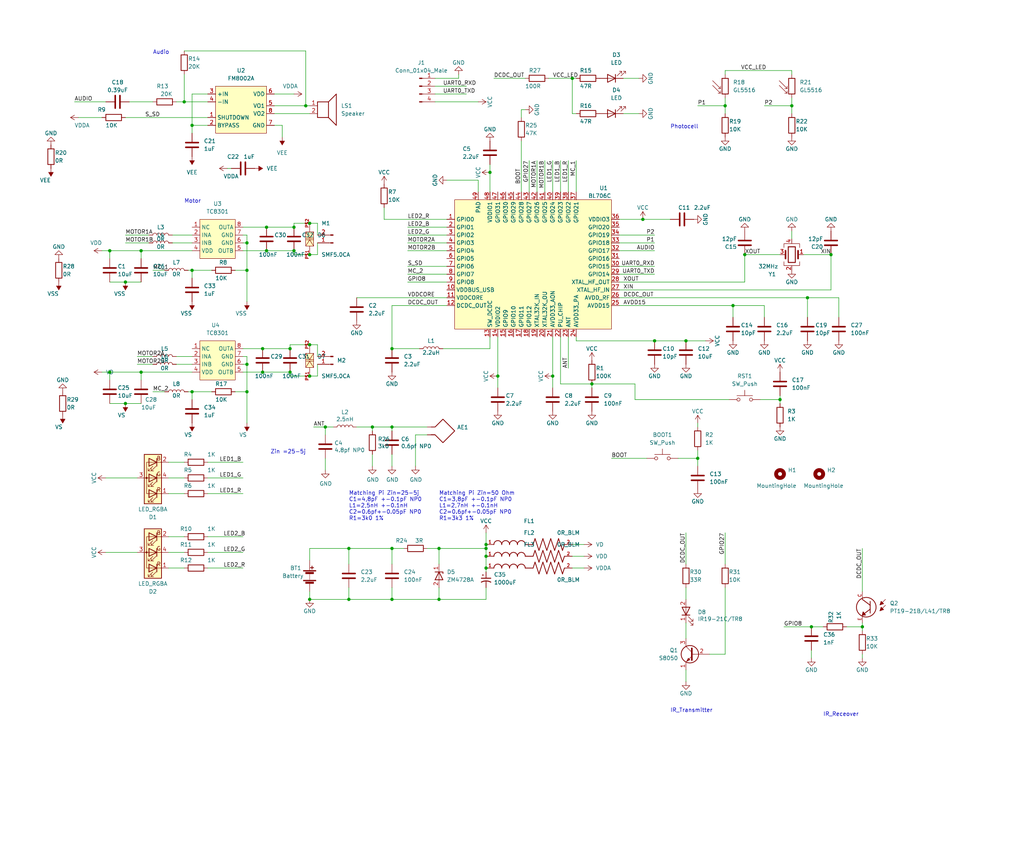
<source format=kicad_sch>
(kicad_sch (version 20211123) (generator eeschema)
  (paper "User" 331.8 279.4)
  (lib_symbols
    (symbol "BL702 Robot:8002B"
      (property "Reference" "U" (at 0 7.62 0))
      (property "Value" "8002B" (at 0 -11.43 0))
      (symbol "8002B_1_1"
        (pin passive line (at -10.16 -3.81 0) (length 2.54) (name "SHUTDOWN") (number "1"))
        (pin passive line (at -10.16 -6.35 0) (length 2.54) (name "BYPASS") (number "2"))
        (pin passive line (at -10.16 3.81 0) (length 2.54) (name "+IN") (number "3"))
        (pin passive line (at -10.16 1.27 0) (length 2.54) (name "-IN") (number "4"))
        (pin passive line (at 11.43 0 180) (length 2.54) (name "VO1") (number "5"))
        (pin passive line (at 11.43 3.81 180) (length 2.54) (name "VDD") (number "6"))
        (pin passive line (at 11.43 -6.35 180) (length 2.54) (name "GND") (number "7"))
        (pin passive line (at 11.43 -2.54 180) (length 2.54) (name "VO2") (number "8"))
      )
    )
    (symbol "BL706 Robot:TC8301"
      (property "Reference" "U" (at 0 6.35 0))
      (property "Value" "TC8301" (at 0 -8.89 0))
      (symbol "TC8301_1_1"
        (pin passive line (at -7.62 2.54 0) (length 2.54) (name "NC") (number "1"))
        (pin passive line (at -7.62 0 0) (length 2.54) (name "INA") (number "2"))
        (pin passive line (at -7.62 -2.54 0) (length 2.54) (name "INB") (number "3"))
        (pin passive line (at -7.62 -5.08 0) (length 2.54) (name "VDD") (number "4"))
        (pin passive line (at 8.89 -5.08 180) (length 2.54) (name "OUTB") (number "5"))
        (pin passive line (at 8.89 -2.54 180) (length 2.54) (name "GND") (number "6"))
        (pin passive line (at 8.89 0 180) (length 2.54) (name "GND") (number "7"))
        (pin passive line (at 8.89 2.54 180) (length 2.54) (name "OUTA") (number "8"))
      )
    )
    (symbol "BL706_Ethernet:BL706C"
      (property "Reference" "U1" (at 24.13 22.86 0))
      (property "Value" "BL706C" (at 22.86 20.32 0))
      (symbol "BL706C_1_1"
        (pin passive line (at -26.67 12.7 0) (length 2.54) (name "GPIO0") (number "1"))
        (pin passive line (at -26.67 -10.16 0) (length 2.54) (name "VDDBUS_USB") (number "10"))
        (pin passive line (at -26.67 -12.7 0) (length 2.54) (name "VDDCORE") (number "11"))
        (pin passive line (at -26.67 -15.24 0) (length 2.54) (name "DCDC_OUT") (number "12"))
        (pin passive line (at -12.7 -25.4 90) (length 2.54) (name "SW_DCDC") (number "13"))
        (pin passive line (at -10.16 -25.4 90) (length 2.54) (name "VDDIO2") (number "14"))
        (pin passive line (at -7.62 -25.4 90) (length 2.54) (name "GPIO9") (number "15"))
        (pin passive line (at -5.08 -25.4 90) (length 2.54) (name "GPIO10") (number "16"))
        (pin passive line (at -2.54 -25.4 90) (length 2.54) (name "GPIO11") (number "17"))
        (pin passive line (at 0 -25.4 90) (length 2.54) (name "GPIO12") (number "18"))
        (pin passive line (at 2.54 -25.4 90) (length 2.54) (name "XTAL32K_IN") (number "19"))
        (pin passive line (at -26.67 10.16 0) (length 2.54) (name "GPIO1") (number "2"))
        (pin passive line (at 5.08 -25.4 90) (length 2.54) (name "XTAL32K_OU") (number "20"))
        (pin passive line (at 7.62 -25.4 90) (length 2.54) (name "AVDD33_AON") (number "21"))
        (pin passive line (at 10.16 -25.4 90) (length 2.54) (name "PU_CHIP") (number "22"))
        (pin passive line (at 12.7 -25.4 90) (length 2.54) (name "ANT") (number "23"))
        (pin passive line (at 15.24 -25.4 90) (length 2.54) (name "AVDD33_PA") (number "24"))
        (pin passive line (at 29.21 -15.24 180) (length 2.54) (name "AVDD15") (number "25"))
        (pin passive line (at 29.21 -12.7 180) (length 2.54) (name "AVDD_RF") (number "26"))
        (pin passive line (at 29.21 -10.16 180) (length 2.54) (name "XTAL_HF_IN") (number "27"))
        (pin passive line (at 29.21 -7.62 180) (length 2.54) (name "XTAL_HF_OUT") (number "28"))
        (pin passive line (at 29.21 -5.08 180) (length 2.54) (name "GPIO14") (number "29"))
        (pin passive line (at -26.67 7.62 0) (length 2.54) (name "GPIO2") (number "3"))
        (pin passive line (at 29.21 -2.54 180) (length 2.54) (name "GPIO15") (number "30"))
        (pin passive line (at 29.21 0 180) (length 2.54) (name "GPIO16") (number "31"))
        (pin passive line (at 29.21 2.54 180) (length 2.54) (name "GPIO17") (number "32"))
        (pin passive line (at 29.21 5.08 180) (length 2.54) (name "GPIO18") (number "33"))
        (pin passive line (at 29.21 7.62 180) (length 2.54) (name "GPIO19") (number "34"))
        (pin passive line (at 29.21 10.16 180) (length 2.54) (name "GPIO20") (number "35"))
        (pin passive line (at 29.21 12.7 180) (length 2.54) (name "VDDIO3") (number "36"))
        (pin passive line (at 15.24 21.59 270) (length 2.54) (name "GPIO21") (number "37"))
        (pin passive line (at 12.7 21.59 270) (length 2.54) (name "GPIO22") (number "38"))
        (pin passive line (at 10.16 21.59 270) (length 2.54) (name "GPIO23") (number "39"))
        (pin passive line (at -26.67 5.08 0) (length 2.54) (name "GPIO3") (number "4"))
        (pin passive line (at 7.62 21.59 270) (length 2.54) (name "GPIO24") (number "40"))
        (pin passive line (at 5.08 21.59 270) (length 2.54) (name "GPIO25") (number "41"))
        (pin passive line (at 2.54 21.59 270) (length 2.54) (name "GPIO26") (number "42"))
        (pin passive line (at 0 21.59 270) (length 2.54) (name "GPIO27") (number "43"))
        (pin passive line (at -2.54 21.59 270) (length 2.54) (name "GPIO28") (number "44"))
        (pin passive line (at -5.08 21.59 270) (length 2.54) (name "GPIO29") (number "45"))
        (pin passive line (at -7.62 21.59 270) (length 2.54) (name "GPIO30") (number "46"))
        (pin passive line (at -10.16 21.59 270) (length 2.54) (name "GPIO31") (number "47"))
        (pin passive line (at -12.7 21.59 270) (length 2.54) (name "VDDIO1") (number "48"))
        (pin passive line (at -16.51 21.59 270) (length 2.54) (name "PAD") (number "49"))
        (pin passive line (at -26.67 2.54 0) (length 2.54) (name "GPIO4") (number "5"))
        (pin passive line (at -26.67 0 0) (length 2.54) (name "GPIO5") (number "6"))
        (pin passive line (at -26.67 -2.54 0) (length 2.54) (name "GPIO6") (number "7"))
        (pin passive line (at -26.67 -5.08 0) (length 2.54) (name "GPIO7") (number "8"))
        (pin passive line (at -26.67 -7.62 0) (length 2.54) (name "GPIO8") (number "9"))
      )
    )
    (symbol "BLM03PX220SZ1D:BLM03PX220SZ1D" (pin_names (offset 1.016))
      (property "Reference" "FL" (at -12.7044 5.0815 0))
      (property "Value" "BLM03PX220SZ1D" (at -12.71 -5.0866 0))
      (symbol "BLM03PX220SZ1D_0_0"
        (pin passive line (at -15.24 0 0) (length 2.54) (name "~") (number "1"))
        (pin passive line (at 12.7 0 180) (length 2.54) (name "~") (number "2"))
      )
    )
    (symbol "Connector:Conn_01x02_Male" (pin_names (offset 1.016) hide)
      (property "Reference" "J" (at 0 2.54 0))
      (property "Value" "Conn_01x02_Male" (at 0 -5.08 0))
      (symbol "Conn_01x02_Male_1_1"
        (pin passive line (at 5.08 0 180) (length 3.81) (name "Pin_1") (number "1"))
        (pin passive line (at 5.08 -2.54 180) (length 3.81) (name "Pin_2") (number "2"))
      )
    )
    (symbol "Connector:Conn_01x04_Male" (pin_names (offset 1.016) hide)
      (property "Reference" "J" (at 0 5.08 0))
      (property "Value" "Conn_01x04_Male" (at 0 -7.62 0))
      (symbol "Conn_01x04_Male_1_1"
        (pin passive line (at 5.08 2.54 180) (length 3.81) (name "Pin_1") (number "1"))
        (pin passive line (at 5.08 0 180) (length 3.81) (name "Pin_2") (number "2"))
        (pin passive line (at 5.08 -2.54 180) (length 3.81) (name "Pin_3") (number "3"))
        (pin passive line (at 5.08 -5.08 180) (length 3.81) (name "Pin_4") (number "4"))
      )
    )
    (symbol "Device:Antenna_Loop" (pin_numbers hide) (pin_names (offset 1.016) hide)
      (property "Reference" "AE" (at 1.27 6.35 0))
      (property "Value" "Antenna_Loop" (at 1.27 5.08 0))
      (symbol "Antenna_Loop_1_1"
        (pin input line (at 0 -5.08 90) (length 2.54) (name "~") (number "1"))
        (pin input line (at 2.54 -5.08 90) (length 2.54) (name "~") (number "2"))
      )
    )
    (symbol "Device:Battery" (pin_numbers hide) (pin_names (offset 0) hide)
      (property "Reference" "BT" (at 2.54 2.54 0))
      (property "Value" "Battery" (at 2.54 0 0))
      (symbol "Battery_1_1"
        (pin passive line (at 0 5.08 270) (length 2.54) (name "+") (number "1"))
        (pin passive line (at 0 -5.08 90) (length 2.54) (name "-") (number "2"))
      )
    )
    (symbol "Device:C" (pin_numbers hide) (pin_names (offset 0.254))
      (property "Reference" "C" (at 0.635 2.54 0))
      (property "Value" "C" (at 0.635 -2.54 0))
      (symbol "C_1_1"
        (pin passive line (at 0 3.81 270) (length 2.794) (name "~") (number "1"))
        (pin passive line (at 0 -3.81 90) (length 2.794) (name "~") (number "2"))
      )
    )
    (symbol "Device:C_Polarized_Small_US" (pin_numbers hide) (pin_names (offset 0.254) hide)
      (property "Reference" "C" (at 0.254 1.778 0))
      (property "Value" "C_Polarized_Small_US" (at 0.254 -2.032 0))
      (symbol "C_Polarized_Small_US_1_1"
        (pin passive line (at 0 2.54 270) (length 2.032) (name "~") (number "1"))
        (pin passive line (at 0 -2.54 90) (length 2.032) (name "~") (number "2"))
      )
    )
    (symbol "Device:Crystal_GND24" (pin_names (offset 1.016) hide)
      (property "Reference" "Y" (at 3.175 5.08 0))
      (property "Value" "Crystal_GND24" (at 3.175 3.175 0))
      (symbol "Crystal_GND24_1_1"
        (pin passive line (at -3.81 0 0) (length 1.27) (name "1") (number "1"))
        (pin passive line (at 0 5.08 270) (length 1.27) (name "2") (number "2"))
        (pin passive line (at 3.81 0 180) (length 1.27) (name "3") (number "3"))
        (pin passive line (at 0 -5.08 90) (length 1.27) (name "4") (number "4"))
      )
    )
    (symbol "Device:D_Zener" (pin_names (offset 1.016) hide)
      (property "Reference" "D" (at 0 2.54 0))
      (property "Value" "D_Zener" (at 0 -2.54 0))
      (symbol "D_Zener_1_1"
        (pin passive line (at -3.81 0 0) (length 2.54) (name "K") (number "1"))
        (pin passive line (at 3.81 0 180) (length 2.54) (name "A") (number "2"))
      )
    )
    (symbol "Device:L" (pin_numbers hide) (pin_names (offset 1.016) hide)
      (property "Reference" "L" (at -1.27 0 90))
      (property "Value" "L" (at 1.905 0 90))
      (symbol "L_1_1"
        (pin passive line (at 0 3.81 270) (length 1.27) (name "1") (number "1"))
        (pin passive line (at 0 -3.81 90) (length 1.27) (name "2") (number "2"))
      )
    )
    (symbol "Device:LED" (pin_numbers hide) (pin_names (offset 1.016) hide)
      (property "Reference" "D" (at 0 2.54 0))
      (property "Value" "LED" (at 0 -2.54 0))
      (symbol "LED_1_1"
        (pin passive line (at -3.81 0 0) (length 2.54) (name "K") (number "1"))
        (pin passive line (at 3.81 0 180) (length 2.54) (name "A") (number "2"))
      )
    )
    (symbol "Device:LED_RGBA" (pin_names (offset 0) hide)
      (property "Reference" "D1" (at 0 12.7 0))
      (property "Value" "LED_RGBA" (at 0 10.16 0))
      (symbol "LED_RGBA_0_0"
        (text "B" (at -1.905 -6.35 0) (effects (font (size 1.27 1.27))))
        (text "G" (at -1.905 -1.27 0) (effects (font (size 1.27 1.27))))
        (text "R" (at -1.905 3.81 0) (effects (font (size 1.27 1.27))))
      )
      (symbol "LED_RGBA_1_1"
        (pin passive line (at -5.08 5.08 0) (length 2.54) (name "RK") (number "1"))
        (pin passive line (at -5.08 -5.08 0) (length 2.54) (name "BK") (number "2"))
        (pin passive line (at 5.08 0 180) (length 2.54) (name "A") (number "3"))
        (pin passive line (at -5.08 0 0) (length 2.54) (name "GK") (number "4"))
      )
    )
    (symbol "Device:R" (pin_numbers hide) (pin_names (offset 0))
      (property "Reference" "R" (at 2.032 0 90))
      (property "Value" "R" (at 0 0 90))
      (symbol "R_1_1"
        (pin passive line (at 0 3.81 270) (length 1.27) (name "~") (number "1"))
        (pin passive line (at 0 -3.81 90) (length 1.27) (name "~") (number "2"))
      )
    )
    (symbol "Device:Speaker" (pin_names (offset 0) hide)
      (property "Reference" "LS" (at 1.27 5.715 0))
      (property "Value" "Speaker" (at 1.27 3.81 0))
      (symbol "Speaker_1_1"
        (pin input line (at -5.08 0 0) (length 2.54) (name "1") (number "1"))
        (pin input line (at -5.08 -2.54 0) (length 2.54) (name "2") (number "2"))
      )
    )
    (symbol "LED:IR26-21C_L110_TR8" (pin_names (offset 1.016) hide)
      (property "Reference" "D" (at 0 2.54 0))
      (property "Value" "IR26-21C_L110_TR8" (at 0 -3.81 0))
      (symbol "IR26-21C_L110_TR8_1_1"
        (pin passive line (at -3.81 0 0) (length 2.54) (name "K") (number "1"))
        (pin passive line (at 3.81 0 180) (length 2.54) (name "A") (number "2"))
      )
    )
    (symbol "Mechanical:MountingHole" (pin_names (offset 1.016))
      (property "Reference" "H" (at 0 5.08 0))
      (property "Value" "MountingHole" (at 0 3.175 0))
    )
    (symbol "PT19-21B_L41_TR8:PT19-21B{slash}L41{slash}TR8" (pin_names (offset 1.016))
      (property "Reference" "Q" (at -10.1556 5.0822 0))
      (property "Value" "PT19-21B{slash}L41{slash}TR8" (at -10.1508 -7.62 0))
      (symbol "PT19-21B{slash}L41{slash}TR8_0_0"
        (pin passive line (at 2.54 5.08 270) (length 2.54) (name "~") (number "C"))
        (pin passive line (at 2.54 -5.08 90) (length 2.54) (name "~") (number "E"))
      )
    )
    (symbol "SMF5.0CA:SMF5.0CA" (pin_names (offset 1.016))
      (property "Reference" "D" (at 0 2.54 0))
      (property "Value" "SMF5.0CA" (at 0 -2.54 0))
      (symbol "SMF5.0CA_0_0"
        (pin bidirectional line (at -5.08 0 0) (length 0) (name "~") (number "P$1"))
        (pin bidirectional line (at 5.08 0 180) (length 0) (name "~") (number "P$2"))
      )
    )
    (symbol "Sensor_Optical:A9050" (pin_numbers hide) (pin_names (offset 0))
      (property "Reference" "R" (at -5.08 0 90))
      (property "Value" "A9050" (at 1.905 0 90))
      (symbol "A9050_1_1"
        (pin passive line (at 0 3.81 270) (length 1.27) (name "~") (number "1"))
        (pin passive line (at 0 -3.81 90) (length 1.27) (name "~") (number "2"))
      )
    )
    (symbol "Switch:SW_Push" (pin_numbers hide) (pin_names (offset 1.016) hide)
      (property "Reference" "SW" (at 1.27 2.54 0))
      (property "Value" "SW_Push" (at 0 -1.524 0))
      (symbol "SW_Push_0_1"
        (pin passive line (at -5.08 0 0) (length 2.54) (name "1") (number "1"))
        (pin passive line (at 5.08 0 180) (length 2.54) (name "2") (number "2"))
      )
    )
    (symbol "Transistor_BJT:S8050" (pin_names (offset 0) hide)
      (property "Reference" "Q" (at 5.08 1.905 0))
      (property "Value" "S8050" (at 5.08 0 0))
      (symbol "S8050_1_1"
        (pin passive line (at 2.54 -5.08 90) (length 2.54) (name "E") (number "1"))
        (pin input line (at -5.08 0 0) (length 5.08) (name "B") (number "2"))
        (pin passive line (at 2.54 5.08 270) (length 2.54) (name "C") (number "3"))
      )
    )
    (symbol "power:GND" (power) (pin_names (offset 0))
      (property "Value" "GND" (at 0 -3.81 0))
      (symbol "GND_1_1"
        (pin power_in line (at 0 0 270) (length 0) hide (name "GND") (number "1"))
      )
    )
    (symbol "power:VCC" (power) (pin_names (offset 0))
      (property "Value" "VCC" (at 0 3.81 0))
      (symbol "VCC_1_1"
        (pin power_in line (at 0 0 90) (length 0) hide (name "VCC") (number "1"))
      )
    )
    (symbol "power:VD" (power) (pin_names (offset 0))
      (property "Value" "VD" (at 0 3.81 0))
      (symbol "VD_1_1"
        (pin power_in line (at 0 0 90) (length 0) hide (name "VD") (number "1"))
      )
    )
    (symbol "power:VDD" (power) (pin_names (offset 0))
      (property "Value" "VDD" (at 0 3.81 0))
      (symbol "VDD_1_1"
        (pin power_in line (at 0 0 90) (length 0) hide (name "VDD") (number "1"))
      )
    )
    (symbol "power:VDDA" (power) (pin_names (offset 0))
      (property "Value" "VDDA" (at 0 3.81 0))
      (symbol "VDDA_1_1"
        (pin power_in line (at 0 0 90) (length 0) hide (name "VDDA") (number "1"))
      )
    )
    (symbol "power:VEE" (power) (pin_names (offset 0))
      (property "Value" "VEE" (at 0 3.81 0))
      (symbol "VEE_1_1"
        (pin power_in line (at 0 0 90) (length 0) hide (name "VEE") (number "1"))
      )
    )
    (symbol "power:VS" (power) (pin_names (offset 0))
      (property "Value" "VS" (at 0 3.81 0))
      (symbol "VS_1_1"
        (pin power_in line (at 0 0 90) (length 0) hide (name "VS") (number "1"))
      )
    )
    (symbol "power:VSS" (power) (pin_names (offset 0))
      (property "Value" "VSS" (at 0 3.81 0))
      (symbol "VSS_1_1"
        (pin power_in line (at 0 0 90) (length 0) hide (name "VSS") (number "1"))
      )
    )
  )
  (junction (at 85.09 120.65))
  (junction (at 100.33 121.92))
  (junction (at 95.25 73.66))
  (junction (at 157.48 184.15))
  (junction (at 127 113.03))
  (junction (at 234.95 34.29))
  (junction (at 45.72 120.65))
  (junction (at 157.48 180.34))
  (junction (at 80.01 127))
  (junction (at 100.33 111.76))
  (junction (at 191.77 124.46))
  (junction (at 99.06 34.29))
  (junction (at 113.03 194.31))
  (junction (at 62.23 40.64))
  (junction (at 157.48 176.53))
  (junction (at 80.01 118.11))
  (junction (at 252.73 129.54))
  (junction (at 40.64 130.81))
  (junction (at 86.36 81.28))
  (junction (at 62.23 87.63))
  (junction (at 127 194.31))
  (junction (at 269.24 82.55))
  (junction (at 127 177.8))
  (junction (at 157.48 177.8))
  (junction (at 100.33 194.31))
  (junction (at 80.01 87.63))
  (junction (at 93.98 113.03))
  (junction (at 226.06 148.59))
  (junction (at 86.36 73.66))
  (junction (at 212.09 110.49))
  (junction (at 142.24 177.8))
  (junction (at 261.62 96.52))
  (junction (at 62.23 127))
  (junction (at 100.33 72.39))
  (junction (at 279.4 203.2))
  (junction (at 95.25 81.28))
  (junction (at 85.09 113.03))
  (junction (at 158.75 55.88))
  (junction (at 35.56 120.65))
  (junction (at 93.98 120.65))
  (junction (at 80.01 78.74))
  (junction (at 208.28 71.12))
  (junction (at 179.07 121.92))
  (junction (at 113.03 177.8))
  (junction (at 237.49 99.06))
  (junction (at 45.72 81.28))
  (junction (at 40.64 91.44))
  (junction (at 222.25 110.49))
  (junction (at 35.56 81.28))
  (junction (at 241.3 82.55))
  (junction (at 120.65 138.43))
  (junction (at 161.29 121.92))
  (junction (at 100.33 82.55))
  (junction (at 105.41 138.43))
  (junction (at 59.69 33.02))
  (junction (at 262.89 203.2))
  (junction (at 127 138.43))
  (junction (at 256.54 34.29))
  (junction (at 142.24 194.31))
  (junction (at 185.42 25.4))
  (wire (pts (xy 157.48 190.5) (xy 157.48 194.31)))
  (wire (pts (xy 181.61 109.22) (xy 181.61 124.46)))
  (wire (pts (xy 78.74 120.65) (xy 85.09 120.65)))
  (wire (pts (xy 62.23 87.63) (xy 68.58 87.63)))
  (wire (pts (xy 234.95 34.29) (xy 234.95 31.75)))
  (wire (pts (xy 138.43 140.97) (xy 134.62 140.97)))
  (wire (pts (xy 247.65 99.06) (xy 247.65 102.87)))
  (wire (pts (xy 132.08 76.2) (xy 144.78 76.2)))
  (wire (pts (xy 184.15 52.07) (xy 184.15 62.23)))
  (wire (pts (xy 33.02 81.28) (xy 35.56 81.28)))
  (wire (pts (xy 57.15 33.02) (xy 59.69 33.02)))
  (wire (pts (xy 80.01 76.2) (xy 80.01 78.74)))
  (wire (pts (xy 59.69 33.02) (xy 67.31 33.02)))
  (wire (pts (xy 115.57 96.52) (xy 144.78 96.52)))
  (wire (pts (xy 100.33 194.31) (xy 113.03 194.31)))
  (wire (pts (xy 142.24 177.8) (xy 142.24 182.88)))
  (wire (pts (xy 59.69 179.07) (xy 54.61 179.07)))
  (wire (pts (xy 198.12 148.59) (xy 209.55 148.59)))
  (wire (pts (xy 189.23 176.53) (xy 185.42 176.53)))
  (wire (pts (xy 55.88 76.2) (xy 62.23 76.2)))
  (wire (pts (xy 226.06 148.59) (xy 226.06 151.13)))
  (wire (pts (xy 158.75 55.88) (xy 158.75 62.23)))
  (wire (pts (xy 200.66 91.44) (xy 241.3 91.44)))
  (wire (pts (xy 252.73 128.27) (xy 252.73 129.54)))
  (wire (pts (xy 279.4 177.8) (xy 279.4 191.77)))
  (wire (pts (xy 157.48 172.72) (xy 157.48 176.53)))
  (wire (pts (xy 256.54 22.86) (xy 234.95 22.86)))
  (wire (pts (xy 80.01 78.74) (xy 78.74 78.74)))
  (wire (pts (xy 154.94 62.23) (xy 154.94 58.42)))
  (wire (pts (xy 59.69 24.13) (xy 59.69 33.02)))
  (wire (pts (xy 234.95 172.72) (xy 234.95 182.88)))
  (wire (pts (xy 200.66 78.74) (xy 212.09 78.74)))
  (wire (pts (xy 127 138.43) (xy 127 139.7)))
  (wire (pts (xy 93.98 121.92) (xy 93.98 120.65)))
  (wire (pts (xy 88.9 34.29) (xy 99.06 34.29)))
  (wire (pts (xy 35.56 130.81) (xy 40.64 130.81)))
  (wire (pts (xy 67.31 179.07) (xy 78.74 179.07)))
  (wire (pts (xy 279.4 203.2) (xy 279.4 201.93)))
  (wire (pts (xy 274.32 203.2) (xy 279.4 203.2)))
  (wire (pts (xy 67.31 149.86) (xy 78.74 149.86)))
  (wire (pts (xy 200.66 86.36) (xy 212.09 86.36)))
  (wire (pts (xy 127 99.06) (xy 144.78 99.06)))
  (wire (pts (xy 168.91 35.56) (xy 168.91 38.1)))
  (wire (pts (xy 256.54 74.93) (xy 256.54 77.47)))
  (wire (pts (xy 105.41 140.97) (xy 105.41 138.43)))
  (wire (pts (xy 105.41 138.43) (xy 107.95 138.43)))
  (wire (pts (xy 132.08 91.44) (xy 144.78 91.44)))
  (wire (pts (xy 186.69 62.23) (xy 186.69 52.07)))
  (wire (pts (xy 86.36 81.28) (xy 95.25 81.28)))
  (wire (pts (xy 44.45 118.11) (xy 49.53 118.11)))
  (wire (pts (xy 261.62 96.52) (xy 261.62 102.87)))
  (wire (pts (xy 127 177.8) (xy 127 182.88)))
  (wire (pts (xy 161.29 109.22) (xy 161.29 121.92)))
  (wire (pts (xy 132.08 88.9) (xy 144.78 88.9)))
  (wire (pts (xy 234.95 212.09) (xy 229.87 212.09)))
  (wire (pts (xy 88.9 30.48) (xy 95.25 30.48)))
  (wire (pts (xy 179.07 52.07) (xy 179.07 62.23)))
  (wire (pts (xy 113.03 190.5) (xy 113.03 194.31)))
  (wire (pts (xy 177.8 25.4) (xy 185.42 25.4)))
  (wire (pts (xy 140.97 25.4) (xy 148.59 25.4)))
  (wire (pts (xy 24.13 33.02) (xy 34.29 33.02)))
  (wire (pts (xy 62.23 127) (xy 68.58 127)))
  (wire (pts (xy 102.87 115.57) (xy 102.87 111.76)))
  (wire (pts (xy 59.69 173.99) (xy 54.61 173.99)))
  (wire (pts (xy 100.33 191.77) (xy 100.33 194.31)))
  (wire (pts (xy 269.24 93.98) (xy 269.24 82.55)))
  (wire (pts (xy 179.07 109.22) (xy 179.07 121.92)))
  (wire (pts (xy 154.94 58.42) (xy 144.78 58.42)))
  (wire (pts (xy 57.15 115.57) (xy 62.23 115.57)))
  (wire (pts (xy 247.65 34.29) (xy 256.54 34.29)))
  (wire (pts (xy 262.89 203.2) (xy 266.7 203.2)))
  (wire (pts (xy 85.09 120.65) (xy 93.98 120.65)))
  (wire (pts (xy 100.33 82.55) (xy 102.87 82.55)))
  (wire (pts (xy 222.25 190.5) (xy 222.25 194.31)))
  (wire (pts (xy 191.77 124.46) (xy 191.77 125.73)))
  (wire (pts (xy 157.48 184.15) (xy 157.48 180.34)))
  (wire (pts (xy 78.74 76.2) (xy 80.01 76.2)))
  (wire (pts (xy 113.03 194.31) (xy 127 194.31)))
  (wire (pts (xy 140.97 27.94) (xy 151.13 27.94)))
  (wire (pts (xy 200.66 96.52) (xy 261.62 96.52)))
  (wire (pts (xy 35.56 91.44) (xy 40.64 91.44)))
  (wire (pts (xy 102.87 118.11) (xy 102.87 121.92)))
  (wire (pts (xy 208.28 71.12) (xy 217.17 71.12)))
  (wire (pts (xy 140.97 30.48) (xy 151.13 30.48)))
  (wire (pts (xy 34.29 179.07) (xy 44.45 179.07)))
  (wire (pts (xy 124.46 71.12) (xy 144.78 71.12)))
  (wire (pts (xy 181.61 124.46) (xy 191.77 124.46)))
  (wire (pts (xy 279.4 213.36) (xy 279.4 212.09)))
  (wire (pts (xy 200.66 88.9) (xy 212.09 88.9)))
  (wire (pts (xy 200.66 99.06) (xy 237.49 99.06)))
  (wire (pts (xy 252.73 129.54) (xy 252.73 130.81)))
  (wire (pts (xy 95.25 72.39) (xy 95.25 73.66)))
  (wire (pts (xy 185.42 36.83) (xy 185.42 25.4)))
  (wire (pts (xy 148.59 25.4) (xy 148.59 24.13)))
  (wire (pts (xy 40.64 76.2) (xy 48.26 76.2)))
  (wire (pts (xy 86.36 73.66) (xy 95.25 73.66)))
  (wire (pts (xy 93.98 111.76) (xy 93.98 113.03)))
  (wire (pts (xy 76.2 127) (xy 80.01 127)))
  (wire (pts (xy 157.48 194.31) (xy 142.24 194.31)))
  (wire (pts (xy 124.46 67.31) (xy 124.46 71.12)))
  (wire (pts (xy 113.03 177.8) (xy 127 177.8)))
  (wire (pts (xy 45.72 120.65) (xy 45.72 123.19)))
  (wire (pts (xy 269.24 82.55) (xy 260.35 82.55)))
  (wire (pts (xy 158.75 113.03) (xy 143.51 113.03)))
  (wire (pts (xy 168.91 45.72) (xy 168.91 62.23)))
  (wire (pts (xy 95.25 82.55) (xy 95.25 81.28)))
  (wire (pts (xy 49.53 87.63) (xy 53.34 87.63)))
  (wire (pts (xy 237.49 99.06) (xy 247.65 99.06)))
  (wire (pts (xy 127 113.03) (xy 135.89 113.03)))
  (wire (pts (xy 222.25 201.93) (xy 222.25 207.01)))
  (wire (pts (xy 127 177.8) (xy 130.81 177.8)))
  (wire (pts (xy 73.66 54.61) (xy 74.93 54.61)))
  (wire (pts (xy 40.64 78.74) (xy 48.26 78.74)))
  (wire (pts (xy 226.06 34.29) (xy 234.95 34.29)))
  (wire (pts (xy 186.69 36.83) (xy 185.42 36.83)))
  (wire (pts (xy 25.4 38.1) (xy 33.02 38.1)))
  (wire (pts (xy 80.01 97.79) (xy 80.01 87.63)))
  (wire (pts (xy 88.9 40.64) (xy 91.44 40.64)))
  (wire (pts (xy 176.53 52.07) (xy 176.53 62.23)))
  (wire (pts (xy 40.64 130.81) (xy 45.72 130.81)))
  (wire (pts (xy 78.74 81.28) (xy 86.36 81.28)))
  (wire (pts (xy 105.41 138.43) (xy 101.6 138.43)))
  (wire (pts (xy 271.78 96.52) (xy 271.78 102.87)))
  (wire (pts (xy 113.03 177.8) (xy 113.03 182.88)))
  (wire (pts (xy 205.74 129.54) (xy 205.74 124.46)))
  (wire (pts (xy 60.96 87.63) (xy 62.23 87.63)))
  (wire (pts (xy 45.72 81.28) (xy 45.72 83.82)))
  (wire (pts (xy 200.66 93.98) (xy 269.24 93.98)))
  (wire (pts (xy 55.88 78.74) (xy 62.23 78.74)))
  (wire (pts (xy 80.01 127) (xy 80.01 137.16)))
  (wire (pts (xy 185.42 25.4) (xy 186.69 25.4)))
  (wire (pts (xy 157.48 177.8) (xy 142.24 177.8)))
  (wire (pts (xy 59.69 149.86) (xy 54.61 149.86)))
  (wire (pts (xy 132.08 86.36) (xy 144.78 86.36)))
  (wire (pts (xy 59.69 160.02) (xy 54.61 160.02)))
  (wire (pts (xy 132.08 78.74) (xy 144.78 78.74)))
  (wire (pts (xy 127 138.43) (xy 138.43 138.43)))
  (wire (pts (xy 237.49 99.06) (xy 237.49 102.87)))
  (wire (pts (xy 67.31 160.02) (xy 78.74 160.02)))
  (wire (pts (xy 80.01 118.11) (xy 78.74 118.11)))
  (wire (pts (xy 222.25 110.49) (xy 228.6 110.49)))
  (wire (pts (xy 189.23 184.15) (xy 185.42 184.15)))
  (wire (pts (xy 67.31 173.99) (xy 78.74 173.99)))
  (wire (pts (xy 254 203.2) (xy 262.89 203.2)))
  (wire (pts (xy 252.73 82.55) (xy 241.3 82.55)))
  (wire (pts (xy 142.24 190.5) (xy 142.24 194.31)))
  (wire (pts (xy 132.08 73.66) (xy 144.78 73.66)))
  (wire (pts (xy 157.48 180.34) (xy 157.48 177.8)))
  (wire (pts (xy 234.95 190.5) (xy 234.95 212.09)))
  (wire (pts (xy 158.75 109.22) (xy 158.75 113.03)))
  (wire (pts (xy 35.56 123.19) (xy 35.56 120.65)))
  (wire (pts (xy 99.06 34.29) (xy 100.33 34.29)))
  (wire (pts (xy 100.33 111.76) (xy 102.87 111.76)))
  (wire (pts (xy 62.23 40.64) (xy 62.23 43.18)))
  (wire (pts (xy 100.33 72.39) (xy 102.87 72.39)))
  (wire (pts (xy 134.62 140.97) (xy 134.62 151.13)))
  (wire (pts (xy 181.61 52.07) (xy 181.61 62.23)))
  (wire (pts (xy 142.24 194.31) (xy 127 194.31)))
  (wire (pts (xy 200.66 81.28) (xy 212.09 81.28)))
  (wire (pts (xy 186.69 110.49) (xy 186.69 109.22)))
  (wire (pts (xy 62.23 127) (xy 62.23 129.54)))
  (wire (pts (xy 173.99 52.07) (xy 173.99 62.23)))
  (wire (pts (xy 34.29 154.94) (xy 44.45 154.94)))
  (wire (pts (xy 102.87 82.55) (xy 102.87 78.74)))
  (wire (pts (xy 41.91 33.02) (xy 49.53 33.02)))
  (wire (pts (xy 222.25 172.72) (xy 222.25 182.88)))
  (wire (pts (xy 59.69 184.15) (xy 54.61 184.15)))
  (wire (pts (xy 100.33 121.92) (xy 102.87 121.92)))
  (wire (pts (xy 120.65 151.13) (xy 120.65 147.32)))
  (wire (pts (xy 234.95 36.83) (xy 234.95 34.29)))
  (wire (pts (xy 80.01 78.74) (xy 80.01 87.63)))
  (wire (pts (xy 33.02 120.65) (xy 35.56 120.65)))
  (wire (pts (xy 78.74 73.66) (xy 86.36 73.66)))
  (wire (pts (xy 102.87 72.39) (xy 102.87 76.2)))
  (wire (pts (xy 226.06 146.05) (xy 226.06 148.59)))
  (wire (pts (xy 262.89 213.36) (xy 262.89 210.82)))
  (wire (pts (xy 256.54 36.83) (xy 256.54 34.29)))
  (wire (pts (xy 279.4 204.47) (xy 279.4 203.2)))
  (wire (pts (xy 171.45 52.07) (xy 171.45 62.23)))
  (wire (pts (xy 93.98 111.76) (xy 100.33 111.76)))
  (wire (pts (xy 40.64 38.1) (xy 67.31 38.1)))
  (wire (pts (xy 127 138.43) (xy 120.65 138.43)))
  (wire (pts (xy 184.15 109.22) (xy 184.15 119.38)))
  (wire (pts (xy 157.48 185.42) (xy 157.48 184.15)))
  (wire (pts (xy 91.44 40.64) (xy 91.44 44.45)))
  (wire (pts (xy 212.09 110.49) (xy 222.25 110.49)))
  (wire (pts (xy 99.06 16.51) (xy 59.69 16.51)))
  (wire (pts (xy 40.64 91.44) (xy 45.72 91.44)))
  (wire (pts (xy 35.56 81.28) (xy 45.72 81.28)))
  (wire (pts (xy 127 99.06) (xy 127 113.03)))
  (wire (pts (xy 88.9 36.83) (xy 100.33 36.83)))
  (wire (pts (xy 132.08 81.28) (xy 144.78 81.28)))
  (wire (pts (xy 241.3 91.44) (xy 241.3 82.55)))
  (wire (pts (xy 49.53 127) (xy 53.34 127)))
  (wire (pts (xy 95.25 82.55) (xy 100.33 82.55)))
  (wire (pts (xy 67.31 184.15) (xy 78.74 184.15)))
  (wire (pts (xy 100.33 177.8) (xy 100.33 181.61)))
  (wire (pts (xy 127 194.31) (xy 127 190.5)))
  (wire (pts (xy 261.62 96.52) (xy 271.78 96.52)))
  (wire (pts (xy 186.69 110.49) (xy 212.09 110.49)))
  (wire (pts (xy 207.01 25.4) (xy 201.93 25.4)))
  (wire (pts (xy 120.65 138.43) (xy 120.65 139.7)))
  (wire (pts (xy 246.38 129.54) (xy 252.73 129.54)))
  (wire (pts (xy 207.01 36.83) (xy 201.93 36.83)))
  (wire (pts (xy 99.06 34.29) (xy 99.06 16.51)))
  (wire (pts (xy 170.18 35.56) (xy 168.91 35.56)))
  (wire (pts (xy 44.45 115.57) (xy 49.53 115.57)))
  (wire (pts (xy 45.72 120.65) (xy 62.23 120.65)))
  (wire (pts (xy 127 151.13) (xy 127 147.32)))
  (wire (pts (xy 256.54 34.29) (xy 256.54 31.75)))
  (wire (pts (xy 160.02 25.4) (xy 170.18 25.4)))
  (wire (pts (xy 67.31 30.48) (xy 62.23 30.48)))
  (wire (pts (xy 100.33 177.8) (xy 113.03 177.8)))
  (wire (pts (xy 219.71 148.59) (xy 226.06 148.59)))
  (wire (pts (xy 78.74 113.03) (xy 85.09 113.03)))
  (wire (pts (xy 93.98 121.92) (xy 100.33 121.92)))
  (wire (pts (xy 35.56 83.82) (xy 35.56 81.28)))
  (wire (pts (xy 57.15 118.11) (xy 62.23 118.11)))
  (wire (pts (xy 85.09 113.03) (xy 93.98 113.03)))
  (wire (pts (xy 67.31 154.94) (xy 78.74 154.94)))
  (wire (pts (xy 60.96 127) (xy 62.23 127)))
  (wire (pts (xy 158.75 53.34) (xy 158.75 55.88)))
  (wire (pts (xy 62.23 40.64) (xy 67.31 40.64)))
  (wire (pts (xy 157.48 176.53) (xy 157.48 177.8)))
  (wire (pts (xy 76.2 87.63) (xy 80.01 87.63)))
  (wire (pts (xy 78.74 115.57) (xy 80.01 115.57)))
  (wire (pts (xy 256.54 24.13) (xy 256.54 22.86)))
  (wire (pts (xy 80.01 115.57) (xy 80.01 118.11)))
  (wire (pts (xy 35.56 120.65) (xy 45.72 120.65)))
  (wire (pts (xy 222.25 220.98) (xy 222.25 217.17)))
  (wire (pts (xy 120.65 138.43) (xy 115.57 138.43)))
  (wire (pts (xy 161.29 121.92) (xy 161.29 125.73)))
  (wire (pts (xy 200.66 71.12) (xy 208.28 71.12)))
  (wire (pts (xy 205.74 124.46) (xy 191.77 124.46)))
  (wire (pts (xy 200.66 76.2) (xy 212.09 76.2)))
  (wire (pts (xy 80.01 118.11) (xy 80.01 127)))
  (wire (pts (xy 59.69 154.94) (xy 54.61 154.94)))
  (wire (pts (xy 138.43 177.8) (xy 142.24 177.8)))
  (wire (pts (xy 105.41 152.4) (xy 105.41 148.59)))
  (wire (pts (xy 62.23 87.63) (xy 62.23 90.17)))
  (wire (pts (xy 226.06 137.16) (xy 226.06 138.43)))
  (wire (pts (xy 154.94 33.02) (xy 140.97 33.02)))
  (wire (pts (xy 234.95 22.86) (xy 234.95 24.13)))
  (wire (pts (xy 205.74 129.54) (xy 236.22 129.54)))
  (wire (pts (xy 189.23 180.34) (xy 185.42 180.34)))
  (wire (pts (xy 62.23 30.48) (xy 62.23 40.64)))
  (wire (pts (xy 45.72 81.28) (xy 62.23 81.28)))
  (wire (pts (xy 179.07 121.92) (xy 179.07 125.73)))
  (wire (pts (xy 95.25 72.39) (xy 100.33 72.39)))
  (text "Photocell" (at 217.17 41.91 0) (effects (font (size 1.27 1.27)) (justify left bottom)))
  (text "Zin =25-5j" (at 87.63 147.32 0) (effects (font (size 1.27 1.27)) (justify left bottom)))
  (text "Matching Pi Zin=25-5j\nC1=4,8pF +-0.1pF NP0\nL1=2,5nH +-0.1nH\nC2=0.6pf+-0.05pF NP0\nR1=3k0 1%" (at 113.03 168.91 0) (effects (font (size 1.27 1.27)) (justify left bottom)))
  (text "Audio" (at 49.53 17.78 0) (effects (font (size 1.27 1.27)) (justify left bottom)))
  (text "Motor" (at 59.69 66.04 0) (effects (font (size 1.27 1.27)) (justify left bottom)))
  (text "IR_Transmitter" (at 217.17 231.14 0) (effects (font (size 1.27 1.27)) (justify left bottom)))
  (text "Matching Pi Zin=50 Ohm\nC1=3,8pF +-0.1pF NP0\nL1=2,7nH +-0.1nH\nC2=0.6pf+-0.05pF NP0\nR1=3k3 1%" (at 142.24 168.91 0) (effects (font (size 1.27 1.27)) (justify left bottom)))
  (text "IR_Receover" (at 266.7 232.41 0) (effects (font (size 1.27 1.27)) (justify left bottom)))
  (label "ANT" (at 101.6 138.43 0))
  (label "DCDC_OUT" (at 222.25 172.72 270))
  (label "P1" (at 226.06 34.29 0))
  (label "MOTOR2B" (at 44.45 118.11 0))
  (label "LED2_B" (at 72.39 173.99 0))
  (label "GPIO8" (at 254 203.2 0))
  (label "LED2_G" (at 132.08 76.2 0))
  (label "P2" (at 212.09 76.2 180))
  (label "AUDIO" (at 212.09 81.28 180))
  (label "MC_1" (at 186.69 52.07 270))
  (label "MOTOR2A" (at 132.08 78.74 0))
  (label "AUDIO" (at 24.13 33.02 0))
  (label "UART0_TXD" (at 212.09 88.9 180))
  (label "MOTOR1A" (at 173.99 52.07 270))
  (label "LED2_B" (at 132.08 73.66 0))
  (label "MC_2" (at 49.53 127 0))
  (label "AVDD15" (at 201.93 99.06 0))
  (label "P2" (at 247.65 34.29 0))
  (label "ANT" (at 184.15 119.38 90))
  (label "LED1_B" (at 181.61 52.07 270))
  (label "LED1_G" (at 179.07 52.07 270))
  (label "GPIO27" (at 171.45 52.07 270))
  (label "XIN" (at 269.24 82.55 180))
  (label "UART0_RXD" (at 212.09 86.36 180))
  (label "UART0_TXD" (at 143.51 30.48 0))
  (label "MOTOR1A" (at 40.64 76.2 0))
  (label "VCC_LED" (at 240.03 22.86 0))
  (label "VCC_LED" (at 179.07 25.4 0))
  (label "P1" (at 212.09 78.74 180))
  (label "DCDC_OUT" (at 132.08 99.06 0))
  (label "BOOT" (at 198.12 148.59 0))
  (label "LED1_R" (at 184.15 52.07 270))
  (label "MC_2" (at 132.08 88.9 0))
  (label "S_SD" (at 132.08 86.36 0))
  (label "LED2_R" (at 72.39 184.15 0))
  (label "GPIO8" (at 132.08 91.44 0))
  (label "DCDC_OUT" (at 279.4 177.8 270))
  (label "MOTOR1B" (at 176.53 52.07 270))
  (label "LED1_B" (at 71.12 149.86 0))
  (label "UART0_RXD" (at 143.51 27.94 0))
  (label "LED1_R" (at 71.12 160.02 0))
  (label "MOTOR1B" (at 40.64 78.74 0))
  (label "MC_1" (at 49.53 87.63 0))
  (label "S_SD" (at 46.99 38.1 0))
  (label "VDDCORE" (at 132.08 96.52 0))
  (label "XIN" (at 201.93 93.98 0))
  (label "MOTOR2A" (at 44.45 115.57 0))
  (label "XOUT" (at 246.38 82.55 180))
  (label "MOTOR2B" (at 132.08 81.28 0))
  (label "LED2_R" (at 132.08 71.12 0))
  (label "DCDC_OUT" (at 201.93 96.52 0))
  (label "LED1_G" (at 71.12 154.94 0))
  (label "BOOT" (at 168.91 59.69 90))
  (label "DCDC_OUT" (at 160.02 25.4 0))
  (label "LED2_G" (at 72.39 179.07 0))
  (label "GPIO27" (at 234.95 172.72 270))
  (label "XOUT" (at 201.93 91.44 0))
  (symbol (lib_id "Device:R") (at 234.95 186.69 180) (unit 1)
    (property "Reference" "R31" (at 240.03 185.42 0) (effects (justify left)))
    (property "Value" "10K" (at 240.03 187.96 0) (effects (justify left)))
    (property "Footprint" "Resistor_SMD:R_0402_1005Metric" (effects hide))
    (property "LCSC PN" "C11702" (effects hide))
  )
  (symbol (lib_id "Device:C") (at 237.49 106.68 0) (unit 1)
    (property "Reference" "C14" (at 240.03 105.41 0) (effects (justify left)))
    (property "Value" "10pF" (at 240.03 107.95 0) (effects (justify left)))
    (property "Footprint" "Capacitor_SMD:C_0402_1005Metric" (effects hide))
    (property "LCSC PN" "C32949" (effects hide))
  )
  (symbol (lib_id "power:GND") (at 224.79 71.12 90) (unit 1)
    (property "Reference" "#PWR033" (effects hide))
    (property "Value" "GND" (at 228.6 71.12 0))
  )
  (symbol (lib_id "Sensor_Optical:A9050") (at 256.54 27.94 0) (unit 1)
    (property "Reference" "R21" (at 259.08 26.6699 0) (effects (justify left)))
    (property "Value" "GL5516" (at 259.08 29.2099 0) (effects (justify left)))
    (property "Footprint" "OptoDevice:R_LDR_5.0x4.1mm_P3mm_Vertical" (effects hide))
    (property "Datasheet" "http://cdn-reichelt.de/documents/datenblatt/A500/A90xxxx%23PE.pdf" (effects hide))
  )
  (symbol (lib_id "power:GND") (at 191.77 133.35 0) (unit 1)
    (property "Reference" "#PWR028" (effects hide))
    (property "Value" "GND" (at 191.77 137.16 0))
  )
  (symbol (lib_id "power:GND") (at 161.29 133.35 0) (unit 1)
    (property "Reference" "#PWR020" (effects hide))
    (property "Value" "GND" (at 161.29 137.16 0))
  )
  (symbol (lib_id "Device:R") (at 63.5 184.15 90) (unit 1)
    (property "Reference" "R12" (at 62.23 181.61 90) (effects (justify left)))
    (property "Value" "1K" (at 69.85 181.61 90) (effects (justify left)))
    (property "Footprint" "Resistor_SMD:R_0402_1005Metric" (effects hide))
    (property "LCSC PN" "C11702" (effects hide))
  )
  (symbol (lib_id "BL702 Robot:8002B") (at 77.47 34.29 0) (unit 1)
    (property "Reference" "U2" (at 78.105 22.86 0))
    (property "Value" "FM8002A" (at 78.105 25.4 0))
    (property "Footprint" "Package_SO:SOP-8_3.9x4.9mm_P1.27mm" (effects hide))
    (property "LCSC" "C94625" (effects hide))
  )
  (symbol (lib_id "Device:R") (at 20.32 130.81 0) (unit 1)
    (property "Reference" "R29" (at 21.59 129.54 0) (effects (justify left)))
    (property "Value" "0R" (at 21.59 132.08 0) (effects (justify left)))
    (property "Footprint" "Resistor_SMD:R_1206_3216Metric" (effects hide))
    (property "LCSC PN" "C17928" (effects hide))
  )
  (symbol (lib_id "Device:C") (at 220.98 71.12 270) (unit 1)
    (property "Reference" "C11" (at 219.71 67.31 90) (effects (justify left)))
    (property "Value" "2.2uF" (at 224.79 67.31 90) (effects (justify left)))
    (property "Footprint" "Capacitor_SMD:C_0402_1005Metric" (effects hide))
    (property "LCSC PN" "C12530" (effects hide))
  )
  (symbol (lib_id "power:GND") (at 207.01 36.83 90) (unit 1)
    (property "Reference" "#PWR040" (effects hide))
    (property "Value" "GND" (at 210.82 36.83 0))
  )
  (symbol (lib_id "power:VSS") (at 62.23 97.79 180) (unit 1)
    (property "Reference" "#PWR030" (effects hide))
    (property "Value" "VSS" (at 62.2301 101.6 0) (effects (justify left)))
  )
  (symbol (lib_id "power:VD") (at 189.23 176.53 270) (unit 1)
    (property "Reference" "#PWR052" (effects hide))
    (property "Value" "VD" (at 193.04 176.5299 90) (effects (justify left)))
  )
  (symbol (lib_id "Device:R") (at 36.83 38.1 90) (unit 1)
    (property "Reference" "R9" (at 34.29 35.56 90) (effects (justify left)))
    (property "Value" "10K" (at 38.1 40.64 90) (effects (justify left)))
    (property "Footprint" "Resistor_SMD:R_0402_1005Metric" (effects hide))
    (property "LCSC PN" "C25744" (effects hide))
  )
  (symbol (lib_id "Device:R") (at 63.5 154.94 90) (unit 1)
    (property "Reference" "R5" (at 62.23 152.4 90) (effects (justify left)))
    (property "Value" "1K" (at 69.85 152.4 90) (effects (justify left)))
    (property "Footprint" "Resistor_SMD:R_0402_1005Metric" (effects hide))
    (property "LCSC PN" "C11702" (effects hide))
  )
  (symbol (lib_id "Device:R") (at 234.95 40.64 0) (unit 1)
    (property "Reference" "R19" (at 236.22 39.37 0) (effects (justify left)))
    (property "Value" "10K" (at 236.22 41.91 0) (effects (justify left)))
    (property "Footprint" "Resistor_SMD:R_0402_1005Metric" (effects hide))
    (property "LCSC PN" "C25744" (effects hide))
  )
  (symbol (lib_id "Device:R") (at 134.62 177.8 90) (unit 1)
    (property "Reference" "R24" (at 132.08 175.26 90) (effects (justify left)))
    (property "Value" "3R" (at 137.16 175.26 90) (effects (justify left)))
    (property "Footprint" "Resistor_SMD:R_1206_3216Metric" (effects hide))
  )
  (symbol (lib_id "Device:C") (at 105.41 144.78 0) (unit 1)
    (property "Reference" "C4" (at 108.331 143.6116 0) (effects (justify left)))
    (property "Value" "4.8pf NP0" (at 108.331 145.923 0) (effects (justify left)))
    (property "Footprint" "Capacitor_SMD:C_0402_1005Metric" (effects hide))
  )
  (symbol (lib_id "power:GND") (at 115.57 104.14 0) (unit 1)
    (property "Reference" "#PWR07" (effects hide))
    (property "Value" "GND" (at 115.57 107.95 0))
  )
  (symbol (lib_id "power:VDDA") (at 73.66 54.61 90) (unit 1)
    (property "Reference" "#PWR036" (effects hide))
    (property "Value" "VDDA" (at 72.39 57.15 90) (effects (justify right)))
  )
  (symbol (lib_id "Device:C") (at 35.56 127 0) (unit 1)
    (property "Reference" "C25" (at 38.1 125.73 0) (effects (justify left)))
    (property "Value" "10uF" (at 38.1 128.27 0) (effects (justify left)))
    (property "Footprint" "Capacitor_SMD:C_0603_1608Metric" (effects hide))
    (property "LCSC PN" "C96446" (effects hide))
  )
  (symbol (lib_id "power:GND") (at 234.95 44.45 0) (unit 1)
    (property "Reference" "#PWR051" (effects hide))
    (property "Value" "GND" (at 234.95 48.26 0))
  )
  (symbol (lib_id "Device:L") (at 52.07 76.2 90) (unit 1)
    (property "Reference" "L3" (at 52.07 73.66 90))
    (property "Value" "0R" (at 52.07 77.47 90))
    (property "Footprint" "Inductor_SMD:L_0603_1608Metric" (effects hide))
    (property "LCSC PN" "C86089" (effects hide))
  )
  (symbol (lib_id "SMF5.0CA:SMF5.0CA") (at 100.33 77.47 90) (unit 1)
    (property "Reference" "D6" (at 102.87 76.1999 90) (effects (justify right)))
    (property "Value" "SMF5.0CA" (at 104.14 82.55 90) (effects (justify right)))
    (property "Footprint" "USES_Library:SOD-123FL" (effects hide))
  )
  (symbol (lib_id "Device:C") (at 95.25 77.47 0) (unit 1)
    (property "Reference" "C32" (at 97.79 76.2 0) (effects (justify left)))
    (property "Value" "100nF" (at 92.71 82.55 0) (effects (justify left)))
    (property "Footprint" "Capacitor_SMD:C_0402_1005Metric" (effects hide))
    (property "LCSC PN" "C307331" (effects hide))
  )
  (symbol (lib_id "power:VCC") (at 34.29 179.07 90) (unit 1)
    (property "Reference" "#PWR03" (effects hide))
    (property "Value" "VCC" (at 30.48 179.07 0))
  )
  (symbol (lib_id "Device:R") (at 190.5 25.4 90) (unit 1)
    (property "Reference" "R15" (at 191.77 22.86 90) (effects (justify left)))
    (property "Value" "47R" (at 191.77 27.94 90) (effects (justify left)))
    (property "Footprint" "Resistor_SMD:R_0402_1005Metric" (effects hide))
  )
  (symbol (lib_id "Device:R") (at 226.06 142.24 180) (unit 1)
    (property "Reference" "R2" (at 231.14 140.97 0) (effects (justify left)))
    (property "Value" "1K" (at 231.14 143.51 0) (effects (justify left)))
    (property "Footprint" "Resistor_SMD:R_0402_1005Metric" (effects hide))
    (property "LCSC PN" "C11702" (effects hide))
  )
  (symbol (lib_id "Device:C") (at 179.07 129.54 0) (unit 1)
    (property "Reference" "C8" (at 182.88 128.2699 0) (effects (justify left)))
    (property "Value" "2.2uF" (at 182.88 130.8099 0) (effects (justify left)))
    (property "Footprint" "Capacitor_SMD:C_0402_1005Metric" (effects hide))
    (property "LCSC PN" "C12530" (effects hide))
  )
  (symbol (lib_id "power:GND") (at 261.62 110.49 0) (unit 1)
    (property "Reference" "#PWR049" (effects hide))
    (property "Value" "GND" (at 261.62 114.3 0))
  )
  (symbol (lib_id "power:VSS") (at 80.01 97.79 180) (unit 1)
    (property "Reference" "#PWR037" (effects hide))
    (property "Value" "VSS" (at 80.0101 101.6 0) (effects (justify left)))
  )
  (symbol (lib_id "Device:C") (at 86.36 77.47 0) (unit 1)
    (property "Reference" "C30" (at 88.9 76.2 0) (effects (justify left)))
    (property "Value" "100nF" (at 83.82 82.55 0) (effects (justify left)))
    (property "Footprint" "Capacitor_SMD:C_0402_1005Metric" (effects hide))
    (property "LCSC PN" "C307331" (effects hide))
  )
  (symbol (lib_id "power:VCC") (at 179.07 121.92 90) (unit 1)
    (property "Reference" "#PWR0103" (effects hide))
    (property "Value" "VCC" (at 175.26 121.92 0))
  )
  (symbol (lib_id "Device:R") (at 124.46 63.5 0) (unit 1)
    (property "Reference" "R7" (at 125.73 62.23 0) (effects (justify left)))
    (property "Value" "10K" (at 125.73 64.77 0) (effects (justify left)))
    (property "Footprint" "Resistor_SMD:R_0402_1005Metric" (effects hide))
    (property "LCSC PN" "C25744" (effects hide))
  )
  (symbol (lib_id "power:GND") (at 144.78 58.42 270) (unit 1)
    (property "Reference" "#PWR010" (effects hide))
    (property "Value" "GND" (at 140.97 58.42 0))
  )
  (symbol (lib_id "Device:C") (at 38.1 33.02 90) (unit 1)
    (property "Reference" "C18" (at 38.1 26.67 90))
    (property "Value" "0.39uF" (at 38.1 29.21 90))
    (property "Footprint" "Capacitor_SMD:C_0603_1608Metric" (effects hide))
  )
  (symbol (lib_id "Device:R") (at 191.77 120.65 0) (unit 1)
    (property "Reference" "R1" (at 193.04 119.38 0) (effects (justify left)))
    (property "Value" "100K" (at 193.04 121.92 0) (effects (justify left)))
    (property "Footprint" "Resistor_SMD:R_0402_1005Metric" (effects hide))
    (property "LCSC PN" "C25744" (effects hide))
  )
  (symbol (lib_id "Device:L") (at 57.15 87.63 90) (unit 1)
    (property "Reference" "L7" (at 57.15 85.09 90))
    (property "Value" "0R" (at 57.15 88.9 90))
    (property "Footprint" "Inductor_SMD:L_0603_1608Metric" (effects hide))
    (property "LCSC PN" "C86089" (effects hide))
  )
  (symbol (lib_id "power:GND") (at 105.41 152.4 0) (unit 1)
    (property "Reference" "#PWR09" (effects hide))
    (property "Value" "GND" (at 105.537 156.7942 0))
  )
  (symbol (lib_id "power:VCC") (at 191.77 116.84 0) (unit 1)
    (property "Reference" "#PWR0101" (effects hide))
    (property "Value" "VCC" (at 191.77 113.03 0))
  )
  (symbol (lib_id "Device:C") (at 62.23 133.35 0) (unit 1)
    (property "Reference" "C34" (at 66.04 132.0799 0) (effects (justify left)))
    (property "Value" "1uF" (at 66.04 134.6199 0) (effects (justify left)))
    (property "Footprint" "Capacitor_SMD:C_0402_1005Metric" (effects hide))
    (property "LCSC PN" "C52923" (effects hide))
  )
  (symbol (lib_id "power:GND") (at 241.3 74.93 180) (unit 1)
    (property "Reference" "#PWR041" (effects hide))
    (property "Value" "GND" (at 241.3 71.12 0))
  )
  (symbol (lib_id "power:GND") (at 279.4 213.36 0) (unit 1)
    (property "Reference" "#PWR060" (effects hide))
    (property "Value" "GND" (at 279.4 217.17 0))
  )
  (symbol (lib_id "SMF5.0CA:SMF5.0CA") (at 100.33 116.84 90) (unit 1)
    (property "Reference" "D7" (at 102.87 115.5699 90) (effects (justify right)))
    (property "Value" "SMF5.0CA" (at 104.14 121.92 90) (effects (justify right)))
    (property "Footprint" "USES_Library:SOD-123FL" (effects hide))
  )
  (symbol (lib_id "Device:R") (at 190.5 36.83 90) (unit 1)
    (property "Reference" "R16" (at 191.77 34.29 90) (effects (justify left)))
    (property "Value" "47R" (at 191.77 39.37 90) (effects (justify left)))
    (property "Footprint" "Resistor_SMD:R_0402_1005Metric" (effects hide))
  )
  (symbol (lib_id "power:GND") (at 212.09 118.11 0) (unit 1)
    (property "Reference" "#PWR031" (effects hide))
    (property "Value" "GND" (at 212.09 121.92 0))
  )
  (symbol (lib_id "power:GND") (at 256.54 74.93 180) (unit 1)
    (property "Reference" "#PWR045" (effects hide))
    (property "Value" "GND" (at 256.54 71.12 0))
  )
  (symbol (lib_id "power:GND") (at 252.73 138.43 0) (unit 1)
    (property "Reference" "#PWR044" (effects hide))
    (property "Value" "GND" (at 252.73 142.24 0))
  )
  (symbol (lib_id "Mechanical:MountingHole") (at 265.43 153.67 0) (unit 1)
    (property "Reference" "H2" (at 267.97 152.3999 0) (effects (justify left)))
    (property "Value" "MountingHole" (at 260.35 157.48 0) (effects (justify left)))
    (property "Footprint" "MountingHole:MountingHole_3mm" (effects hide))
  )
  (symbol (lib_id "power:VEE") (at 16.51 54.61 180) (unit 1)
    (property "Reference" "#PWR014" (effects hide))
    (property "Value" "VEE" (at 16.5101 58.42 0) (effects (justify left)))
  )
  (symbol (lib_id "power:GND") (at 247.65 110.49 0) (unit 1)
    (property "Reference" "#PWR042" (effects hide))
    (property "Value" "GND" (at 247.65 114.3 0))
  )
  (symbol (lib_id "Connector:Conn_01x02_Male") (at 107.95 118.11 180) (unit 1)
    (property "Reference" "M2" (at 109.22 116.8399 0) (effects (justify right)))
    (property "Value" "Conn_01x02_Male" (effects hide))
    (property "Footprint" "Connector_JST:JST_XH_B2B-XH-A_1x02_P2.50mm_Vertical" (effects hide))
    (property "LCSC" "C158012" (effects hide))
  )
  (symbol (lib_id "BL706 Robot:TC8301") (at 69.85 76.2 0) (unit 1)
    (property "Reference" "U3" (at 70.485 66.04 0))
    (property "Value" "TC8301" (at 70.485 68.58 0))
    (property "Footprint" "Package_SO:SOP-8_3.9x4.9mm_P1.27mm" (effects hide))
  )
  (symbol (lib_id "Device:R") (at 63.5 160.02 90) (unit 1)
    (property "Reference" "R6" (at 62.23 157.48 90) (effects (justify left)))
    (property "Value" "1K" (at 69.85 157.48 90) (effects (justify left)))
    (property "Footprint" "Resistor_SMD:R_0402_1005Metric" (effects hide))
    (property "LCSC PN" "C11702" (effects hide))
  )
  (symbol (lib_id "Device:C") (at 45.72 87.63 0) (unit 1)
    (property "Reference" "C26" (at 49.53 86.3599 0) (effects (justify left)))
    (property "Value" "10uF" (at 49.53 88.8999 0) (effects (justify left)))
    (property "Footprint" "Capacitor_SMD:C_0603_1608Metric" (effects hide))
    (property "LCSC PN" "C96446" (effects hide))
  )
  (symbol (lib_id "Device:C") (at 115.57 100.33 0) (unit 1)
    (property "Reference" "C2" (at 119.38 99.0599 0) (effects (justify left)))
    (property "Value" "2.2uF" (at 119.38 101.5999 0) (effects (justify left)))
    (property "Footprint" "Capacitor_SMD:C_0402_1005Metric" (effects hide))
    (property "LCSC PN" "C12530" (effects hide))
  )
  (symbol (lib_id "Device:LED") (at 198.12 25.4 180) (unit 1)
    (property "Reference" "D3" (at 199.7075 17.78 0))
    (property "Value" "LED" (at 199.7075 20.32 0))
    (property "Footprint" "LED_THT:LED_D3.0mm_Horizontal_O1.27mm_Z2.0mm" (effects hide))
  )
  (symbol (lib_id "power:GND") (at 127 120.65 0) (unit 1)
    (property "Reference" "#PWR08" (effects hide))
    (property "Value" "GND" (at 127 124.46 0))
  )
  (symbol (lib_id "power:VS") (at 80.01 137.16 180) (unit 1)
    (property "Reference" "#PWR043" (effects hide))
    (property "Value" "VS" (at 80.0101 140.97 0) (effects (justify left)))
  )
  (symbol (lib_id "Device:Speaker") (at 105.41 34.29 0) (unit 1)
    (property "Reference" "LS1" (at 110.49 34.2899 0) (effects (justify left)))
    (property "Value" "Speaker" (at 110.49 36.8299 0) (effects (justify left)))
    (property "Footprint" "Connector_JST:JST_XH_B2B-XH-A_1x02_P2.50mm_Vertical" (effects hide))
    (property "LCSC" "C158012" (effects hide))
  )
  (symbol (lib_id "power:VDD") (at 33.02 81.28 90) (unit 1)
    (property "Reference" "#PWR0109" (effects hide))
    (property "Value" "VDD" (at 29.21 78.74 90) (effects (justify right)))
  )
  (symbol (lib_id "Device:LED_RGBA") (at 49.53 154.94 180) (unit 1)
    (property "Reference" "D1" (at 49.53 167.64 0))
    (property "Value" "LED_RGBA" (at 49.53 165.1 0))
    (property "Footprint" "USB A SMD PAD:FM-B2020RGBA-HG" (effects hide))
    (property "LCSC PN" "C108793" (effects hide))
  )
  (symbol (lib_id "power:VD") (at 33.02 120.65 90) (unit 1)
    (property "Reference" "#PWR0110" (effects hide))
    (property "Value" "VD" (at 34.29 120.6499 90) (effects (justify right)))
  )
  (symbol (lib_id "Device:C") (at 222.25 114.3 0) (unit 1)
    (property "Reference" "C12" (at 226.06 113.0299 0) (effects (justify left)))
    (property "Value" "10uF" (at 226.06 115.5699 0) (effects (justify left)))
    (property "Footprint" "Capacitor_SMD:C_0603_1608Metric" (effects hide))
    (property "LCSC PN" "C96446" (effects hide))
  )
  (symbol (lib_id "power:GND") (at 170.18 35.56 90) (unit 1)
    (property "Reference" "#PWR06" (effects hide))
    (property "Value" "GND" (at 173.99 35.56 0))
  )
  (symbol (lib_id "power:GND") (at 19.05 83.82 180) (unit 1)
    (property "Reference" "#PWR015" (effects hide))
    (property "Value" "GND" (at 19.05 80.01 0))
  )
  (symbol (lib_id "Device:R") (at 53.34 33.02 90) (unit 1)
    (property "Reference" "R13" (at 54.61 27.94 90) (effects (justify left)))
    (property "Value" "20K" (at 55.88 30.48 90) (effects (justify left)))
    (property "Footprint" "Resistor_SMD:R_0402_1005Metric" (effects hide))
    (property "LCSC PN" "C25765" (effects hide))
  )
  (symbol (lib_id "power:VCC") (at 252.73 120.65 0) (unit 1)
    (property "Reference" "#PWR0105" (effects hide))
    (property "Value" "VCC" (at 252.73 116.84 0))
  )
  (symbol (lib_id "Device:C") (at 262.89 207.01 0) (unit 1)
    (property "Reference" "C36" (at 266.7 205.7399 0) (effects (justify left)))
    (property "Value" "1nF" (at 266.7 208.28 0) (effects (justify left)))
    (property "Footprint" "Capacitor_SMD:C_0402_1005Metric" (effects hide))
    (property "LCSC PN" "C307331" (effects hide))
  )
  (symbol (lib_id "power:GND") (at 256.54 44.45 0) (unit 1)
    (property "Reference" "#PWR055" (effects hide))
    (property "Value" "GND" (at 256.54 48.26 0))
  )
  (symbol (lib_id "Device:C") (at 247.65 106.68 0) (unit 1)
    (property "Reference" "C16" (at 251.46 105.4099 0) (effects (justify left)))
    (property "Value" "2.2uF" (at 251.46 107.9499 0) (effects (justify left)))
    (property "Footprint" "Capacitor_SMD:C_0402_1005Metric" (effects hide))
    (property "LCSC PN" "C12530" (effects hide))
  )
  (symbol (lib_id "Device:C") (at 269.24 78.74 180) (unit 1)
    (property "Reference" "C20" (at 266.7 80.01 0) (effects (justify left)))
    (property "Value" "12pF" (at 266.7 77.47 0) (effects (justify left)))
    (property "Footprint" "Capacitor_SMD:C_0402_1005Metric" (effects hide))
    (property "LCSC PN" "C1547" (effects hide))
  )
  (symbol (lib_id "Device:L") (at 53.34 118.11 90) (unit 1)
    (property "Reference" "L6" (at 53.34 115.57 90))
    (property "Value" "0R" (at 53.34 119.38 90))
    (property "Footprint" "Inductor_SMD:L_0603_1608Metric" (effects hide))
    (property "LCSC PN" "C86089" (effects hide))
  )
  (symbol (lib_id "power:GND") (at 16.51 46.99 180) (unit 1)
    (property "Reference" "#PWR011" (effects hide))
    (property "Value" "GND" (at 16.51 43.18 0))
  )
  (symbol (lib_id "power:GND") (at 207.01 25.4 90) (unit 1)
    (property "Reference" "#PWR038" (effects hide))
    (property "Value" "GND" (at 210.82 25.4 0))
  )
  (symbol (lib_id "BLM03PX220SZ1D:BLM03PX220SZ1D") (at 172.72 180.34 0) (unit 1)
    (property "Reference" "FL2" (at 171.45 172.72 0))
    (property "Value" "0R_BLM" (at 184.15 176.53 0))
    (property "Footprint" "Inductor_SMD:L_0603_1608Metric" (effects hide))
  )
  (symbol (lib_id "Device:R") (at 72.39 127 90) (unit 1)
    (property "Reference" "R17" (at 73.66 124.46 90) (effects (justify left)))
    (property "Value" "10K" (at 73.66 129.54 90) (effects (justify left)))
    (property "Footprint" "Resistor_SMD:R_0402_1005Metric" (effects hide))
    (property "LCSC PN" "C25744" (effects hide))
  )
  (symbol (lib_id "power:GND") (at 269.24 74.93 180) (unit 1)
    (property "Reference" "#PWR057" (effects hide))
    (property "Value" "GND" (at 269.24 71.12 0))
  )
  (symbol (lib_id "Device:R") (at 16.51 50.8 0) (unit 1)
    (property "Reference" "R20" (at 17.78 49.53 0) (effects (justify left)))
    (property "Value" "0R" (at 17.78 52.07 0) (effects (justify left)))
    (property "Footprint" "Resistor_SMD:R_1206_3216Metric" (effects hide))
    (property "LCSC PN" "C17928" (effects hide))
  )
  (symbol (lib_id "power:VCC") (at 124.46 59.69 0) (unit 1)
    (property "Reference" "#PWR029" (effects hide))
    (property "Value" "VCC" (at 124.46 55.88 0))
  )
  (symbol (lib_id "Device:R") (at 63.5 149.86 90) (unit 1)
    (property "Reference" "R4" (at 62.23 147.32 90) (effects (justify left)))
    (property "Value" "1K" (at 69.85 147.32 90) (effects (justify left)))
    (property "Footprint" "Resistor_SMD:R_0402_1005Metric" (effects hide))
    (property "LCSC PN" "C11702" (effects hide))
  )
  (symbol (lib_id "Device:L") (at 52.07 78.74 90) (unit 1)
    (property "Reference" "L4" (at 52.07 76.2 90))
    (property "Value" "0R" (at 52.07 80.01 90))
    (property "Footprint" "Inductor_SMD:L_0603_1608Metric" (effects hide))
    (property "LCSC PN" "C86089" (effects hide))
  )
  (symbol (lib_id "Device:C") (at 62.23 93.98 0) (unit 1)
    (property "Reference" "C33" (at 66.04 92.7099 0) (effects (justify left)))
    (property "Value" "1uF" (at 66.04 95.2499 0) (effects (justify left)))
    (property "Footprint" "Capacitor_SMD:C_0402_1005Metric" (effects hide))
    (property "LCSC PN" "C52923" (effects hide))
  )
  (symbol (lib_id "Device:C") (at 45.72 127 0) (unit 1)
    (property "Reference" "C28" (at 46.99 129.54 0) (effects (justify left)))
    (property "Value" "10uF" (at 45.72 132.08 0) (effects (justify left)))
    (property "Footprint" "Capacitor_SMD:C_0603_1608Metric" (effects hide))
    (property "LCSC PN" "C96446" (effects hide))
  )
  (symbol (lib_id "power:VCC") (at 208.28 71.12 0) (unit 1)
    (property "Reference" "#PWR0108" (effects hide))
    (property "Value" "VCC" (at 208.28 67.31 0))
  )
  (symbol (lib_id "Device:C") (at 261.62 106.68 0) (unit 1)
    (property "Reference" "C19" (at 264.16 105.41 0) (effects (justify left)))
    (property "Value" "10pF" (at 264.16 107.95 0) (effects (justify left)))
    (property "Footprint" "Capacitor_SMD:C_0402_1005Metric" (effects hide))
    (property "LCSC PN" "C32949" (effects hide))
  )
  (symbol (lib_id "Device:C") (at 161.29 129.54 0) (unit 1)
    (property "Reference" "C7" (at 163.83 128.27 0) (effects (justify left)))
    (property "Value" "2.2uF" (at 163.83 130.81 0) (effects (justify left)))
    (property "Footprint" "Capacitor_SMD:C_0402_1005Metric" (effects hide))
    (property "LCSC PN" "C12530" (effects hide))
  )
  (symbol (lib_id "Device:C") (at 241.3 78.74 180) (unit 1)
    (property "Reference" "C15" (at 238.76 80.01 0) (effects (justify left)))
    (property "Value" "12pF" (at 238.76 77.47 0) (effects (justify left)))
    (property "Footprint" "Capacitor_SMD:C_0402_1005Metric" (effects hide))
  )
  (symbol (lib_id "Device:C") (at 191.77 129.54 0) (unit 1)
    (property "Reference" "C9" (at 195.58 128.2699 0) (effects (justify left)))
    (property "Value" "100nF" (at 195.58 130.81 0) (effects (justify left)))
    (property "Footprint" "Capacitor_SMD:C_0402_1005Metric" (effects hide))
    (property "LCSC PN" "C307331" (effects hide))
  )
  (symbol (lib_id "power:VEE") (at 91.44 44.45 180) (unit 1)
    (property "Reference" "#PWR048" (effects hide))
    (property "Value" "VEE" (at 91.44 49.53 0))
  )
  (symbol (lib_id "power:GND") (at 20.32 127 180) (unit 1)
    (property "Reference" "#PWR017" (effects hide))
    (property "Value" "GND" (at 20.32 123.19 0))
  )
  (symbol (lib_id "Device:C") (at 271.78 106.68 0) (unit 1)
    (property "Reference" "C27" (at 275.59 105.4099 0) (effects (justify left)))
    (property "Value" "100nF" (at 275.59 107.9499 0) (effects (justify left)))
    (property "Footprint" "Capacitor_SMD:C_0402_1005Metric" (effects hide))
    (property "LCSC PN" "C307331" (effects hide))
  )
  (symbol (lib_id "power:GND") (at 134.62 151.13 0) (unit 1)
    (property "Reference" "#PWR027" (effects hide))
    (property "Value" "GND" (at 134.747 155.5242 0))
  )
  (symbol (lib_id "power:GND") (at 100.33 194.31 0) (unit 1)
    (property "Reference" "#PWR022" (effects hide))
    (property "Value" "GND" (at 100.33 198.12 0))
  )
  (symbol (lib_id "Device:R") (at 252.73 134.62 180) (unit 1)
    (property "Reference" "R3" (at 257.81 133.35 0) (effects (justify left)))
    (property "Value" "1K" (at 257.81 135.89 0) (effects (justify left)))
    (property "Footprint" "Resistor_SMD:R_0402_1005Metric" (effects hide))
    (property "LCSC PN" "C11702" (effects hide))
  )
  (symbol (lib_id "power:GND") (at 127 151.13 0) (unit 1)
    (property "Reference" "#PWR026" (effects hide))
    (property "Value" "GND" (at 127.127 155.5242 0))
  )
  (symbol (lib_id "power:VSS") (at 40.64 91.44 180) (unit 1)
    (property "Reference" "#PWR021" (effects hide))
    (property "Value" "VSS" (at 40.6401 95.25 0) (effects (justify left)))
  )
  (symbol (lib_id "power:VCC") (at 161.29 121.92 90) (unit 1)
    (property "Reference" "#PWR0102" (effects hide))
    (property "Value" "VCC" (at 157.48 121.92 0))
  )
  (symbol (lib_id "Transistor_BJT:S8050") (at 224.79 212.09 0) (mirror y) (unit 1)
    (property "Reference" "Q1" (at 219.71 210.8199 0) (effects (justify left)))
    (property "Value" "S8050" (at 219.71 213.3599 0) (effects (justify left)))
    (property "Footprint" "Package_TO_SOT_SMD:SOT-23-3" (effects hide))
    (property "Datasheet" "http://www.unisonic.com.tw/datasheet/S8050.pdf" (effects hide))
  )
  (symbol (lib_id "power:GND") (at 222.25 118.11 0) (unit 1)
    (property "Reference" "#PWR032" (effects hide))
    (property "Value" "GND" (at 222.25 121.92 0))
  )
  (symbol (lib_id "Device:L") (at 57.15 127 90) (unit 1)
    (property "Reference" "L8" (at 57.15 124.46 90))
    (property "Value" "0R" (at 57.15 128.27 90))
    (property "Footprint" "Inductor_SMD:L_0603_1608Metric" (effects hide))
    (property "LCSC PN" "C86089" (effects hide))
  )
  (symbol (lib_id "BLM03PX220SZ1D:BLM03PX220SZ1D") (at 172.72 184.15 0) (unit 1)
    (property "Reference" "FL3" (at 171.45 176.53 0))
    (property "Value" "0R_BLM" (at 184.15 187.96 0))
    (property "Footprint" "Inductor_SMD:L_0603_1608Metric" (effects hide))
  )
  (symbol (lib_id "Device:C") (at 85.09 116.84 0) (unit 1)
    (property "Reference" "C29" (at 87.63 115.57 0) (effects (justify left)))
    (property "Value" "100nF" (at 82.55 121.92 0) (effects (justify left)))
    (property "Footprint" "Capacitor_SMD:C_0402_1005Metric" (effects hide))
    (property "LCSC PN" "C307331" (effects hide))
  )
  (symbol (lib_id "power:VCC") (at 157.48 172.72 0) (unit 1)
    (property "Reference" "#PWR05" (effects hide))
    (property "Value" "VCC" (at 157.48 168.91 0))
  )
  (symbol (lib_id "Device:R") (at 270.51 203.2 270) (unit 1)
    (property "Reference" "R32" (at 269.24 198.12 0) (effects (justify left)))
    (property "Value" "1K" (at 271.78 198.12 0) (effects (justify left)))
    (property "Footprint" "Resistor_SMD:R_0402_1005Metric" (effects hide))
    (property "LCSC PN" "C11702" (effects hide))
  )
  (symbol (lib_id "power:VCC") (at 226.06 137.16 0) (unit 1)
    (property "Reference" "#PWR0106" (effects hide))
    (property "Value" "VCC" (at 226.06 133.35 0))
  )
  (symbol (lib_id "power:VCC") (at 34.29 154.94 90) (unit 1)
    (property "Reference" "#PWR02" (effects hide))
    (property "Value" "VCC" (at 30.48 154.94 0))
  )
  (symbol (lib_id "Device:LED") (at 198.12 36.83 180) (unit 1)
    (property "Reference" "D4" (at 199.7075 29.21 0))
    (property "Value" "LED" (at 199.7075 31.75 0))
    (property "Footprint" "LED_THT:LED_D3.0mm_Horizontal_O1.27mm_Z2.0mm" (effects hide))
  )
  (symbol (lib_id "BL706 Robot:TC8301") (at 69.85 115.57 0) (unit 1)
    (property "Reference" "U4" (at 69.85 105.41 0))
    (property "Value" "TC8301" (at 70.485 107.95 0))
    (property "Footprint" "Package_SO:SOP-8_3.9x4.9mm_P1.27mm" (effects hide))
  )
  (symbol (lib_id "Device:C_Polarized_Small_US") (at 157.48 187.96 0) (unit 1)
    (property "Reference" "C35" (at 160.02 186.2581 0) (effects (justify left)))
    (property "Value" "1000uF" (at 160.02 188.7981 0) (effects (justify left)))
    (property "Footprint" "Capacitor_SMD:CP_Elec_8x10.5" (effects hide))
    (property "LCSC" "C99833" (effects hide))
  )
  (symbol (lib_id "Device:C") (at 78.74 54.61 90) (unit 1)
    (property "Reference" "C22" (at 77.47 50.8 90) (effects (justify left)))
    (property "Value" "1uF" (at 82.55 50.8 90) (effects (justify left)))
    (property "Footprint" "Capacitor_SMD:C_0603_1608Metric" (effects hide))
  )
  (symbol (lib_id "Device:C") (at 113.03 186.69 0) (unit 1)
    (property "Reference" "C23" (at 116.84 185.4199 0) (effects (justify left)))
    (property "Value" "2.2uF" (at 116.84 187.9599 0) (effects (justify left)))
    (property "Footprint" "Capacitor_SMD:C_0402_1005Metric" (effects hide))
    (property "LCSC PN" "C12530" (effects hide))
  )
  (symbol (lib_id "power:VDDA") (at 95.25 30.48 270) (unit 1)
    (property "Reference" "#PWR050" (effects hide))
    (property "Value" "VDDA" (at 96.52 27.94 90) (effects (justify right)))
  )
  (symbol (lib_id "Device:C") (at 127 186.69 0) (unit 1)
    (property "Reference" "C24" (at 130.81 185.4199 0) (effects (justify left)))
    (property "Value" "100nF" (at 130.81 187.9599 0) (effects (justify left)))
    (property "Footprint" "Capacitor_SMD:C_0402_1005Metric" (effects hide))
    (property "LCSC PN" "C307331" (effects hide))
  )
  (symbol (lib_id "BL706_Ethernet:BL706C") (at 171.45 83.82 0) (unit 1)
    (property "Reference" "U1" (at 195.58 60.96 0))
    (property "Value" "BL706C" (at 194.31 63.5 0))
    (property "Footprint" "Package_DFN_QFN:QFN-48-1EP_6x6mm_P0.4mm_EP4.3x4.3mm" (effects hide))
  )
  (symbol (lib_id "power:GND") (at 226.06 158.75 0) (unit 1)
    (property "Reference" "#PWR035" (effects hide))
    (property "Value" "GND" (at 226.06 162.56 0))
  )
  (symbol (lib_id "Device:C") (at 127 116.84 0) (unit 1)
    (property "Reference" "C3" (at 130.81 115.5699 0) (effects (justify left)))
    (property "Value" "2.2uF" (at 130.81 118.1099 0) (effects (justify left)))
    (property "Footprint" "Capacitor_SMD:C_0402_1005Metric" (effects hide))
    (property "LCSC PN" "C12530" (effects hide))
  )
  (symbol (lib_id "Device:R") (at 120.65 143.51 0) (unit 1)
    (property "Reference" "R26" (at 122.428 142.3416 0) (effects (justify left)))
    (property "Value" "3k0" (at 122.428 144.653 0) (effects (justify left)))
    (property "Footprint" "Resistor_SMD:R_0402_1005Metric" (effects hide))
  )
  (symbol (lib_id "Device:R") (at 19.05 87.63 0) (unit 1)
    (property "Reference" "R28" (at 20.32 86.36 0) (effects (justify left)))
    (property "Value" "0R" (at 20.32 88.9 0) (effects (justify left)))
    (property "Footprint" "Resistor_SMD:R_1206_3216Metric" (effects hide))
    (property "LCSC PN" "C17928" (effects hide))
  )
  (symbol (lib_id "power:VCC") (at 154.94 33.02 270) (unit 1)
    (property "Reference" "#PWR01" (effects hide))
    (property "Value" "VCC" (at 158.75 33.02 0))
  )
  (symbol (lib_id "Device:Crystal_GND24") (at 256.54 82.55 180) (unit 1)
    (property "Reference" "Y1" (at 250.19 88.9 0))
    (property "Value" "32MHz" (at 248.92 86.36 0))
    (property "Footprint" "Crystal:Crystal_SMD_2016-4Pin_2.0x1.6mm" (effects hide))
    (property "LCSC PN" "C255896" (effects hide))
  )
  (symbol (lib_id "power:VSS") (at 19.05 91.44 180) (unit 1)
    (property "Reference" "#PWR016" (effects hide))
    (property "Value" "VSS" (at 19.0501 95.25 0) (effects (justify left)))
  )
  (symbol (lib_id "Device:L") (at 139.7 113.03 90) (unit 1)
    (property "Reference" "L1" (at 139.7 110.49 90))
    (property "Value" "2.2uH" (at 139.7 114.3 90))
    (property "Footprint" "Inductor_SMD:L_0805_2012Metric" (effects hide))
    (property "LCSC PN" "C86089" (effects hide))
  )
  (symbol (lib_id "Connector:Conn_01x04_Male") (at 135.89 27.94 0) (unit 1)
    (property "Reference" "J1" (at 136.525 20.32 0))
    (property "Value" "Conn_01x04_Male" (at 136.525 22.86 0))
    (property "Footprint" "Connector_PinHeader_2.54mm:PinHeader_1x04_P2.54mm_Vertical" (effects hide))
  )
  (symbol (lib_id "Sensor_Optical:A9050") (at 234.95 27.94 0) (unit 1)
    (property "Reference" "R18" (at 237.49 26.6699 0) (effects (justify left)))
    (property "Value" "GL5516" (at 237.49 29.2099 0) (effects (justify left)))
    (property "Footprint" "OptoDevice:R_LDR_5.0x4.1mm_P3mm_Vertical" (effects hide))
    (property "Datasheet" "http://cdn-reichelt.de/documents/datenblatt/A500/A90xxxx%23PE.pdf" (effects hide))
  )
  (symbol (lib_id "Device:C") (at 35.56 87.63 0) (unit 1)
    (property "Reference" "C1" (at 38.1 86.36 0) (effects (justify left)))
    (property "Value" "10uF" (at 38.1 88.9 0) (effects (justify left)))
    (property "Footprint" "Capacitor_SMD:C_0603_1608Metric" (effects hide))
    (property "LCSC PN" "C96446" (effects hide))
  )
  (symbol (lib_id "Switch:SW_Push") (at 214.63 148.59 0) (unit 1)
    (property "Reference" "BOOT1" (at 214.63 140.97 0))
    (property "Value" "SW_Push" (at 214.63 143.51 0))
    (property "Footprint" "Button_Switch_SMD:SW_SPST_EVQPE1" (effects hide))
    (property "LCSC PN" "C720477" (effects hide))
  )
  (symbol (lib_id "Device:R") (at 279.4 208.28 180) (unit 1)
    (property "Reference" "R33" (at 284.48 207.01 0) (effects (justify left)))
    (property "Value" "10K" (at 284.48 209.55 0) (effects (justify left)))
    (property "Footprint" "Resistor_SMD:R_0402_1005Metric" (effects hide))
    (property "LCSC PN" "C11702" (effects hide))
  )
  (symbol (lib_id "Device:R") (at 59.69 20.32 0) (unit 1)
    (property "Reference" "R14" (at 60.96 19.05 0) (effects (justify left)))
    (property "Value" "20K" (at 60.96 21.59 0) (effects (justify left)))
    (property "Footprint" "Resistor_SMD:R_0402_1005Metric" (effects hide))
    (property "LCSC PN" "C25765" (effects hide))
  )
  (symbol (lib_id "Device:L") (at 111.76 138.43 90) (unit 1)
    (property "Reference" "L2" (at 111.76 133.604 90))
    (property "Value" "2.5nH" (at 111.76 135.9154 90))
    (property "Footprint" "Inductor_SMD:L_0402_1005Metric" (effects hide))
  )
  (symbol (lib_id "Device:Antenna_Loop") (at 143.51 138.43 270) (unit 1)
    (property "Reference" "AE1" (at 148.082 138.5316 90) (effects (justify left)))
    (property "Value" "Antenna_Loop" (effects hide))
    (property "Footprint" "USB A SMD PAD:BLE_2437_LOOP_2" (effects hide))
  )
  (symbol (lib_id "Device:C") (at 158.75 49.53 0) (unit 1)
    (property "Reference" "C5" (at 149.86 48.26 0) (effects (justify left)))
    (property "Value" "2.2uF" (at 149.86 50.8 0) (effects (justify left)))
    (property "Footprint" "Capacitor_SMD:C_0402_1005Metric" (effects hide))
    (property "LCSC PN" "C12530" (effects hide))
  )
  (symbol (lib_id "BLM03PX220SZ1D:BLM03PX220SZ1D") (at 172.72 176.53 0) (unit 1)
    (property "Reference" "FL1" (at 171.45 168.91 0))
    (property "Value" "0R_BLM" (at 184.15 172.72 0))
    (property "Footprint" "Inductor_SMD:L_0603_1608Metric" (effects hide))
  )
  (symbol (lib_id "power:VDDA") (at 189.23 184.15 270) (unit 1)
    (property "Reference" "#PWR054" (effects hide))
    (property "Value" "VDDA" (at 193.04 184.1499 90) (effects (justify left)))
  )
  (symbol (lib_id "power:VS") (at 40.64 130.81 180) (unit 1)
    (property "Reference" "#PWR023" (effects hide))
    (property "Value" "VS" (at 40.6401 134.62 0) (effects (justify left)))
  )
  (symbol (lib_id "power:VS") (at 20.32 134.62 180) (unit 1)
    (property "Reference" "#PWR018" (effects hide))
    (property "Value" "VS" (at 20.3201 138.43 0) (effects (justify left)))
  )
  (symbol (lib_id "power:GND") (at 148.59 24.13 180) (unit 1)
    (property "Reference" "#PWR04" (effects hide))
    (property "Value" "GND" (at 148.59 20.32 0))
  )
  (symbol (lib_id "power:VDD") (at 189.23 180.34 270) (unit 1)
    (property "Reference" "#PWR053" (effects hide))
    (property "Value" "VDD" (at 193.04 180.3399 90) (effects (justify left)))
  )
  (symbol (lib_id "Switch:SW_Push") (at 241.3 129.54 0) (unit 1)
    (property "Reference" "RST1" (at 241.3 121.92 0))
    (property "Value" "SW_Push" (at 241.3 124.46 0))
    (property "Footprint" "Button_Switch_SMD:SW_SPST_EVQPE1" (effects hide))
    (property "LCSC PN" "C720477" (effects hide))
  )
  (symbol (lib_id "Device:R") (at 63.5 173.99 90) (unit 1)
    (property "Reference" "R10" (at 62.23 171.45 90) (effects (justify left)))
    (property "Value" "1K" (at 69.85 171.45 90) (effects (justify left)))
    (property "Footprint" "Resistor_SMD:R_0402_1005Metric" (effects hide))
    (property "LCSC PN" "C11702" (effects hide))
  )
  (symbol (lib_id "power:GND") (at 222.25 220.98 0) (unit 1)
    (property "Reference" "#PWR056" (effects hide))
    (property "Value" "GND" (at 222.25 224.79 0))
  )
  (symbol (lib_id "power:GND") (at 120.65 151.13 0) (unit 1)
    (property "Reference" "#PWR012" (effects hide))
    (property "Value" "GND" (at 120.777 155.5242 0))
  )
  (symbol (lib_id "Device:C") (at 252.73 124.46 0) (unit 1)
    (property "Reference" "C17" (at 256.54 123.1899 0) (effects (justify left)))
    (property "Value" "100nF" (at 256.54 125.73 0) (effects (justify left)))
    (property "Footprint" "Capacitor_SMD:C_0402_1005Metric" (effects hide))
    (property "LCSC PN" "C307331" (effects hide))
  )
  (symbol (lib_id "power:VS") (at 62.23 137.16 180) (unit 1)
    (property "Reference" "#PWR034" (effects hide))
    (property "Value" "VS" (at 62.2301 140.97 0) (effects (justify left)))
  )
  (symbol (lib_id "Device:L") (at 53.34 115.57 90) (unit 1)
    (property "Reference" "L5" (at 53.34 113.03 90))
    (property "Value" "0R" (at 53.34 116.84 90))
    (property "Footprint" "Inductor_SMD:L_0603_1608Metric" (effects hide))
    (property "LCSC PN" "C86089" (effects hide))
  )
  (symbol (lib_id "Device:R") (at 72.39 87.63 90) (unit 1)
    (property "Reference" "R8" (at 73.66 85.09 90) (effects (justify left)))
    (property "Value" "10K" (at 73.66 90.17 90) (effects (justify left)))
    (property "Footprint" "Resistor_SMD:R_0402_1005Metric" (effects hide))
    (property "LCSC PN" "C25744" (effects hide))
  )
  (symbol (lib_id "Device:R") (at 222.25 186.69 180) (unit 1)
    (property "Reference" "R30" (at 227.33 185.42 0) (effects (justify left)))
    (property "Value" "33R" (at 227.33 187.96 0) (effects (justify left)))
    (property "Footprint" "Resistor_SMD:R_0402_1005Metric" (effects hide))
    (property "LCSC PN" "C11702" (effects hide))
  )
  (symbol (lib_id "Device:C") (at 127 143.51 0) (unit 1)
    (property "Reference" "C6" (at 129.921 142.3416 0) (effects (justify left)))
    (property "Value" "0.6pf NP0" (at 129.921 144.653 0) (effects (justify left)))
    (property "Footprint" "Capacitor_SMD:C_0402_1005Metric" (effects hide))
  )
  (symbol (lib_id "power:GND") (at 262.89 213.36 0) (unit 1)
    (property "Reference" "#PWR058" (effects hide))
    (property "Value" "GND" (at 262.89 217.17 0))
  )
  (symbol (lib_id "Device:R") (at 63.5 179.07 90) (unit 1)
    (property "Reference" "R11" (at 62.23 176.53 90) (effects (justify left)))
    (property "Value" "1K" (at 69.85 176.53 90) (effects (justify left)))
    (property "Footprint" "Resistor_SMD:R_0402_1005Metric" (effects hide))
    (property "LCSC PN" "C11702" (effects hide))
  )
  (symbol (lib_id "Device:C") (at 226.06 154.94 0) (unit 1)
    (property "Reference" "C13" (at 229.87 153.6699 0) (effects (justify left)))
    (property "Value" "100nF" (at 229.87 156.2099 0) (effects (justify left)))
    (property "Footprint" "Capacitor_SMD:C_0402_1005Metric" (effects hide))
    (property "LCSC PN" "C307331" (effects hide))
  )
  (symbol (lib_id "PT19-21B_L41_TR8:PT19-21B{slash}L41{slash}TR8") (at 281.94 196.85 0) (mirror y) (unit 1)
    (property "Reference" "Q2" (at 288.29 195.5799 0) (effects (justify right)))
    (property "Value" "PT19-21B/L41/TR8" (at 288.29 198.1199 0) (effects (justify right)))
    (property "Footprint" "USES_Library:XDCR_PT19-21B_L41_TR8" (effects hide))
    (property "MAXIMUM_PACKAGE_HEIGHT" "1.0 mm" (effects hide))
    (property "MANUFACTURER" "Everlight" (effects hide))
    (property "PARTREV" "6" (effects hide))
    (property "STANDARD" "Manufacturer Recommendations" (effects hide))
  )
  (symbol (lib_id "power:GND") (at 271.78 110.49 0) (unit 1)
    (property "Reference" "#PWR059" (effects hide))
    (property "Value" "GND" (at 271.78 114.3 0))
  )
  (symbol (lib_id "Device:D_Zener") (at 142.24 186.69 270) (unit 1)
    (property "Reference" "D5" (at 144.78 185.4199 90) (effects (justify left)))
    (property "Value" "ZM4728A" (at 144.78 187.9599 90) (effects (justify left)))
    (property "Footprint" "Diode_SMD:D_MELF" (effects hide))
    (property "LCSC" "C38989" (effects hide))
  )
  (symbol (lib_id "Device:LED_RGBA") (at 49.53 179.07 180) (unit 1)
    (property "Reference" "D2" (at 49.53 191.77 0))
    (property "Value" "LED_RGBA" (at 49.53 189.23 0))
    (property "Footprint" "USB A SMD PAD:FM-B2020RGBA-HG" (effects hide))
    (property "LCSC PN" "C108793" (effects hide))
  )
  (symbol (lib_id "Device:R") (at 173.99 25.4 90) (unit 1)
    (property "Reference" "R27" (at 175.26 22.86 90) (effects (justify left)))
    (property "Value" "100R" (at 175.26 27.94 90) (effects (justify left)))
    (property "Footprint" "Resistor_SMD:R_0805_2012Metric" (effects hide))
  )
  (symbol (lib_id "power:VEE") (at 82.55 54.61 270) (unit 1)
    (property "Reference" "#PWR047" (effects hide))
    (property "Value" "VEE" (at 86.36 54.6099 90) (effects (justify left)))
  )
  (symbol (lib_id "Connector:Conn_01x02_Male") (at 107.95 78.74 180) (unit 1)
    (property "Reference" "M1" (at 104.14 72.39 0) (effects (justify right)))
    (property "Value" "Conn_01x02_Male" (effects hide))
    (property "Footprint" "Connector_JST:JST_XH_B2B-XH-A_1x02_P2.50mm_Vertical" (effects hide))
    (property "LCSC" "C158012" (effects hide))
  )
  (symbol (lib_id "Device:C") (at 62.23 46.99 0) (unit 1)
    (property "Reference" "C21" (at 66.04 45.7199 0) (effects (justify left)))
    (property "Value" "1uF" (at 66.04 48.2599 0) (effects (justify left)))
    (property "Footprint" "Capacitor_SMD:C_0603_1608Metric" (effects hide))
  )
  (symbol (lib_id "power:VEE") (at 62.23 50.8 180) (unit 1)
    (property "Reference" "#PWR025" (effects hide))
    (property "Value" "VEE" (at 62.23 55.88 0))
  )
  (symbol (lib_id "Mechanical:MountingHole") (at 252.73 153.67 0) (unit 1)
    (property "Reference" "H1" (at 255.27 152.3999 0) (effects (justify left)))
    (property "Value" "MountingHole" (at 245.11 157.48 0) (effects (justify left)))
    (property "Footprint" "MountingHole:MountingHole_3mm" (effects hide))
  )
  (symbol (lib_id "power:GND") (at 237.49 110.49 0) (unit 1)
    (property "Reference" "#PWR039" (effects hide))
    (property "Value" "GND" (at 237.49 114.3 0))
  )
  (symbol (lib_id "power:GND") (at 158.75 45.72 180) (unit 1)
    (property "Reference" "#PWR013" (effects hide))
    (property "Value" "GND" (at 158.75 41.91 0))
  )
  (symbol (lib_id "power:VCC") (at 228.6 110.49 270) (unit 1)
    (property "Reference" "#PWR0104" (effects hide))
    (property "Value" "VCC" (at 232.41 110.49 0))
  )
  (symbol (lib_id "LED:IR26-21C_L110_TR8") (at 222.25 198.12 90) (unit 1)
    (property "Reference" "D8" (at 226.06 198.4374 90) (effects (justify right)))
    (property "Value" "IR19-21C/TR8" (at 226.06 200.66 90) (effects (justify right)))
    (property "Footprint" "USES_Library:IR19-21C-TR8" (effects hide))
    (property "Datasheet" "http://www.everlight.com/file/ProductFile/IR26-21C-L110-TR8.pdf" (effects hide))
  )
  (symbol (lib_id "power:VDDA") (at 25.4 38.1 90) (unit 1)
    (property "Reference" "#PWR019" (effects hide))
    (property "Value" "VDDA" (at 24.13 40.64 90) (effects (justify right)))
  )
  (symbol (lib_id "Device:Battery") (at 100.33 186.69 0) (unit 1)
    (property "Reference" "BT1" (at 93.98 184.15 0) (effects (justify left)))
    (property "Value" "Battery" (at 91.44 186.69 0) (effects (justify left)))
    (property "Footprint" "Connector_JST:JST_PH_B2B-PH-K_1x02_P2.00mm_Vertical" (effects hide))
  )
  (symbol (lib_id "Device:R") (at 256.54 40.64 0) (unit 1)
    (property "Reference" "R22" (at 257.81 39.37 0) (effects (justify left)))
    (property "Value" "10K" (at 257.81 41.91 0) (effects (justify left)))
    (property "Footprint" "Resistor_SMD:R_0402_1005Metric" (effects hide))
    (property "LCSC PN" "C25744" (effects hide))
  )
  (symbol (lib_id "Device:R") (at 168.91 41.91 0) (unit 1)
    (property "Reference" "R25" (at 170.18 40.64 0) (effects (justify left)))
    (property "Value" "47K" (at 170.18 43.18 0) (effects (justify left)))
    (property "Footprint" "Resistor_SMD:R_0402_1005Metric" (effects hide))
  )
  (symbol (lib_id "power:VCC") (at 158.75 55.88 90) (unit 1)
    (property "Reference" "#PWR0107" (effects hide))
    (property "Value" "VCC" (at 154.94 55.88 0))
  )
  (symbol (lib_id "Device:C") (at 93.98 116.84 0) (unit 1)
    (property "Reference" "C31" (at 96.52 115.57 0) (effects (justify left)))
    (property "Value" "100nF" (at 91.44 121.92 0) (effects (justify left)))
    (property "Footprint" "Capacitor_SMD:C_0402_1005Metric" (effects hide))
    (property "LCSC PN" "C307331" (effects hide))
  )
  (symbol (lib_id "power:GND") (at 179.07 133.35 0) (unit 1)
    (property "Reference" "#PWR024" (effects hide))
    (property "Value" "GND" (at 179.07 137.16 0))
  )
  (symbol (lib_id "Device:C") (at 212.09 114.3 0) (unit 1)
    (property "Reference" "C10" (at 214.63 113.03 0) (effects (justify left)))
    (property "Value" "10pF" (at 214.63 115.57 0) (effects (justify left)))
    (property "Footprint" "Capacitor_SMD:C_0402_1005Metric" (effects hide))
    (property "LCSC PN" "C32949" (effects hide))
  )
  (symbol (lib_id "power:GND") (at 256.54 87.63 0) (unit 1)
    (property "Reference" "#PWR046" (effects hide))
    (property "Value" "GND" (at 256.54 91.44 0))
  )
)
</source>
